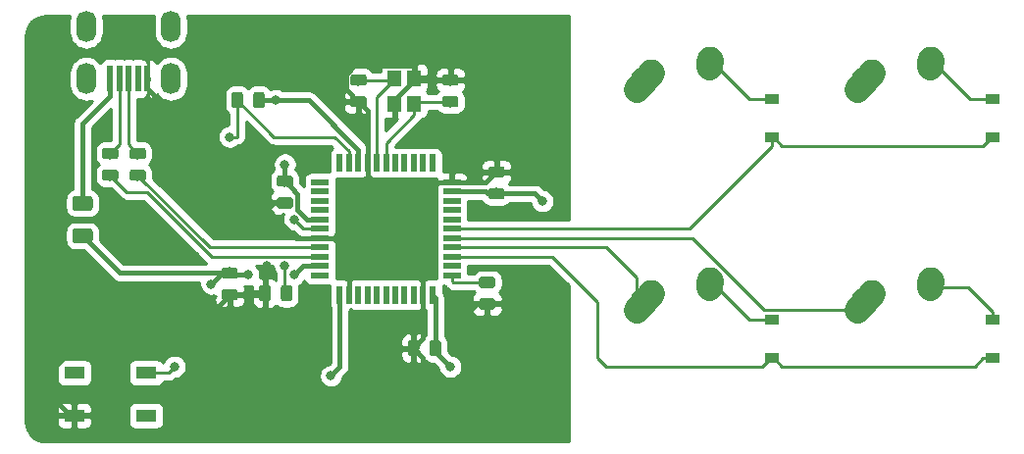
<source format=gbl>
G04 #@! TF.GenerationSoftware,KiCad,Pcbnew,(5.1.4)-1*
G04 #@! TF.CreationDate,2023-09-10T14:26:21-07:00*
G04 #@! TF.ProjectId,KeyboardPCBProj,4b657962-6f61-4726-9450-434250726f6a,rev?*
G04 #@! TF.SameCoordinates,Original*
G04 #@! TF.FileFunction,Copper,L2,Bot*
G04 #@! TF.FilePolarity,Positive*
%FSLAX46Y46*%
G04 Gerber Fmt 4.6, Leading zero omitted, Abs format (unit mm)*
G04 Created by KiCad (PCBNEW (5.1.4)-1) date 2023-09-10 14:26:21*
%MOMM*%
%LPD*%
G04 APERTURE LIST*
%ADD10R,1.200000X1.400000*%
%ADD11R,0.500000X2.250000*%
%ADD12O,1.700000X2.700000*%
%ADD13R,0.550000X1.500000*%
%ADD14R,1.500000X0.550000*%
%ADD15R,1.800000X1.100000*%
%ADD16C,0.100000*%
%ADD17C,0.975000*%
%ADD18C,2.250000*%
%ADD19C,2.250000*%
%ADD20C,1.250000*%
%ADD21R,1.200000X0.900000*%
%ADD22C,0.800000*%
%ADD23C,0.381000*%
%ADD24C,0.254000*%
G04 APERTURE END LIST*
D10*
X113562500Y-28881250D03*
X113562500Y-26681250D03*
X111862500Y-26681250D03*
X111862500Y-28881250D03*
D11*
X90500000Y-26725000D03*
X89700000Y-26725000D03*
X88900000Y-26725000D03*
X88100000Y-26725000D03*
X87300000Y-26725000D03*
D12*
X85250000Y-26725000D03*
X92550000Y-26725000D03*
X92550000Y-22225000D03*
X85250000Y-22225000D03*
D13*
X107125000Y-45387500D03*
X107925000Y-45387500D03*
X108725000Y-45387500D03*
X109525000Y-45387500D03*
X110325000Y-45387500D03*
X111125000Y-45387500D03*
X111925000Y-45387500D03*
X112725000Y-45387500D03*
X113525000Y-45387500D03*
X114325000Y-45387500D03*
X115125000Y-45387500D03*
D14*
X116825000Y-43687500D03*
X116825000Y-42887500D03*
X116825000Y-42087500D03*
X116825000Y-41287500D03*
X116825000Y-40487500D03*
X116825000Y-39687500D03*
X116825000Y-38887500D03*
X116825000Y-38087500D03*
X116825000Y-37287500D03*
X116825000Y-36487500D03*
X116825000Y-35687500D03*
D13*
X115125000Y-33987500D03*
X114325000Y-33987500D03*
X113525000Y-33987500D03*
X112725000Y-33987500D03*
X111925000Y-33987500D03*
X111125000Y-33987500D03*
X110325000Y-33987500D03*
X109525000Y-33987500D03*
X108725000Y-33987500D03*
X107925000Y-33987500D03*
X107125000Y-33987500D03*
D14*
X105425000Y-35687500D03*
X105425000Y-36487500D03*
X105425000Y-37287500D03*
X105425000Y-38087500D03*
X105425000Y-38887500D03*
X105425000Y-39687500D03*
X105425000Y-40487500D03*
X105425000Y-41287500D03*
X105425000Y-42087500D03*
X105425000Y-42887500D03*
X105425000Y-43687500D03*
D15*
X90412500Y-55825000D03*
X84212500Y-52125000D03*
X90412500Y-52125000D03*
X84212500Y-55825000D03*
D16*
G36*
X120336392Y-43819924D02*
G01*
X120360053Y-43823434D01*
X120383257Y-43829246D01*
X120405779Y-43837304D01*
X120427403Y-43847532D01*
X120447920Y-43859829D01*
X120467133Y-43874079D01*
X120484857Y-43890143D01*
X120500921Y-43907867D01*
X120515171Y-43927080D01*
X120527468Y-43947597D01*
X120537696Y-43969221D01*
X120545754Y-43991743D01*
X120551566Y-44014947D01*
X120555076Y-44038608D01*
X120556250Y-44062500D01*
X120556250Y-44550000D01*
X120555076Y-44573892D01*
X120551566Y-44597553D01*
X120545754Y-44620757D01*
X120537696Y-44643279D01*
X120527468Y-44664903D01*
X120515171Y-44685420D01*
X120500921Y-44704633D01*
X120484857Y-44722357D01*
X120467133Y-44738421D01*
X120447920Y-44752671D01*
X120427403Y-44764968D01*
X120405779Y-44775196D01*
X120383257Y-44783254D01*
X120360053Y-44789066D01*
X120336392Y-44792576D01*
X120312500Y-44793750D01*
X119400000Y-44793750D01*
X119376108Y-44792576D01*
X119352447Y-44789066D01*
X119329243Y-44783254D01*
X119306721Y-44775196D01*
X119285097Y-44764968D01*
X119264580Y-44752671D01*
X119245367Y-44738421D01*
X119227643Y-44722357D01*
X119211579Y-44704633D01*
X119197329Y-44685420D01*
X119185032Y-44664903D01*
X119174804Y-44643279D01*
X119166746Y-44620757D01*
X119160934Y-44597553D01*
X119157424Y-44573892D01*
X119156250Y-44550000D01*
X119156250Y-44062500D01*
X119157424Y-44038608D01*
X119160934Y-44014947D01*
X119166746Y-43991743D01*
X119174804Y-43969221D01*
X119185032Y-43947597D01*
X119197329Y-43927080D01*
X119211579Y-43907867D01*
X119227643Y-43890143D01*
X119245367Y-43874079D01*
X119264580Y-43859829D01*
X119285097Y-43847532D01*
X119306721Y-43837304D01*
X119329243Y-43829246D01*
X119352447Y-43823434D01*
X119376108Y-43819924D01*
X119400000Y-43818750D01*
X120312500Y-43818750D01*
X120336392Y-43819924D01*
X120336392Y-43819924D01*
G37*
D17*
X119856250Y-44306250D03*
D16*
G36*
X120336392Y-45694924D02*
G01*
X120360053Y-45698434D01*
X120383257Y-45704246D01*
X120405779Y-45712304D01*
X120427403Y-45722532D01*
X120447920Y-45734829D01*
X120467133Y-45749079D01*
X120484857Y-45765143D01*
X120500921Y-45782867D01*
X120515171Y-45802080D01*
X120527468Y-45822597D01*
X120537696Y-45844221D01*
X120545754Y-45866743D01*
X120551566Y-45889947D01*
X120555076Y-45913608D01*
X120556250Y-45937500D01*
X120556250Y-46425000D01*
X120555076Y-46448892D01*
X120551566Y-46472553D01*
X120545754Y-46495757D01*
X120537696Y-46518279D01*
X120527468Y-46539903D01*
X120515171Y-46560420D01*
X120500921Y-46579633D01*
X120484857Y-46597357D01*
X120467133Y-46613421D01*
X120447920Y-46627671D01*
X120427403Y-46639968D01*
X120405779Y-46650196D01*
X120383257Y-46658254D01*
X120360053Y-46664066D01*
X120336392Y-46667576D01*
X120312500Y-46668750D01*
X119400000Y-46668750D01*
X119376108Y-46667576D01*
X119352447Y-46664066D01*
X119329243Y-46658254D01*
X119306721Y-46650196D01*
X119285097Y-46639968D01*
X119264580Y-46627671D01*
X119245367Y-46613421D01*
X119227643Y-46597357D01*
X119211579Y-46579633D01*
X119197329Y-46560420D01*
X119185032Y-46539903D01*
X119174804Y-46518279D01*
X119166746Y-46495757D01*
X119160934Y-46472553D01*
X119157424Y-46448892D01*
X119156250Y-46425000D01*
X119156250Y-45937500D01*
X119157424Y-45913608D01*
X119160934Y-45889947D01*
X119166746Y-45866743D01*
X119174804Y-45844221D01*
X119185032Y-45822597D01*
X119197329Y-45802080D01*
X119211579Y-45782867D01*
X119227643Y-45765143D01*
X119245367Y-45749079D01*
X119264580Y-45734829D01*
X119285097Y-45722532D01*
X119306721Y-45712304D01*
X119329243Y-45704246D01*
X119352447Y-45698434D01*
X119376108Y-45694924D01*
X119400000Y-45693750D01*
X120312500Y-45693750D01*
X120336392Y-45694924D01*
X120336392Y-45694924D01*
G37*
D17*
X119856250Y-46181250D03*
D16*
G36*
X87792642Y-32707424D02*
G01*
X87816303Y-32710934D01*
X87839507Y-32716746D01*
X87862029Y-32724804D01*
X87883653Y-32735032D01*
X87904170Y-32747329D01*
X87923383Y-32761579D01*
X87941107Y-32777643D01*
X87957171Y-32795367D01*
X87971421Y-32814580D01*
X87983718Y-32835097D01*
X87993946Y-32856721D01*
X88002004Y-32879243D01*
X88007816Y-32902447D01*
X88011326Y-32926108D01*
X88012500Y-32950000D01*
X88012500Y-33437500D01*
X88011326Y-33461392D01*
X88007816Y-33485053D01*
X88002004Y-33508257D01*
X87993946Y-33530779D01*
X87983718Y-33552403D01*
X87971421Y-33572920D01*
X87957171Y-33592133D01*
X87941107Y-33609857D01*
X87923383Y-33625921D01*
X87904170Y-33640171D01*
X87883653Y-33652468D01*
X87862029Y-33662696D01*
X87839507Y-33670754D01*
X87816303Y-33676566D01*
X87792642Y-33680076D01*
X87768750Y-33681250D01*
X86856250Y-33681250D01*
X86832358Y-33680076D01*
X86808697Y-33676566D01*
X86785493Y-33670754D01*
X86762971Y-33662696D01*
X86741347Y-33652468D01*
X86720830Y-33640171D01*
X86701617Y-33625921D01*
X86683893Y-33609857D01*
X86667829Y-33592133D01*
X86653579Y-33572920D01*
X86641282Y-33552403D01*
X86631054Y-33530779D01*
X86622996Y-33508257D01*
X86617184Y-33485053D01*
X86613674Y-33461392D01*
X86612500Y-33437500D01*
X86612500Y-32950000D01*
X86613674Y-32926108D01*
X86617184Y-32902447D01*
X86622996Y-32879243D01*
X86631054Y-32856721D01*
X86641282Y-32835097D01*
X86653579Y-32814580D01*
X86667829Y-32795367D01*
X86683893Y-32777643D01*
X86701617Y-32761579D01*
X86720830Y-32747329D01*
X86741347Y-32735032D01*
X86762971Y-32724804D01*
X86785493Y-32716746D01*
X86808697Y-32710934D01*
X86832358Y-32707424D01*
X86856250Y-32706250D01*
X87768750Y-32706250D01*
X87792642Y-32707424D01*
X87792642Y-32707424D01*
G37*
D17*
X87312500Y-33193750D03*
D16*
G36*
X87792642Y-34582424D02*
G01*
X87816303Y-34585934D01*
X87839507Y-34591746D01*
X87862029Y-34599804D01*
X87883653Y-34610032D01*
X87904170Y-34622329D01*
X87923383Y-34636579D01*
X87941107Y-34652643D01*
X87957171Y-34670367D01*
X87971421Y-34689580D01*
X87983718Y-34710097D01*
X87993946Y-34731721D01*
X88002004Y-34754243D01*
X88007816Y-34777447D01*
X88011326Y-34801108D01*
X88012500Y-34825000D01*
X88012500Y-35312500D01*
X88011326Y-35336392D01*
X88007816Y-35360053D01*
X88002004Y-35383257D01*
X87993946Y-35405779D01*
X87983718Y-35427403D01*
X87971421Y-35447920D01*
X87957171Y-35467133D01*
X87941107Y-35484857D01*
X87923383Y-35500921D01*
X87904170Y-35515171D01*
X87883653Y-35527468D01*
X87862029Y-35537696D01*
X87839507Y-35545754D01*
X87816303Y-35551566D01*
X87792642Y-35555076D01*
X87768750Y-35556250D01*
X86856250Y-35556250D01*
X86832358Y-35555076D01*
X86808697Y-35551566D01*
X86785493Y-35545754D01*
X86762971Y-35537696D01*
X86741347Y-35527468D01*
X86720830Y-35515171D01*
X86701617Y-35500921D01*
X86683893Y-35484857D01*
X86667829Y-35467133D01*
X86653579Y-35447920D01*
X86641282Y-35427403D01*
X86631054Y-35405779D01*
X86622996Y-35383257D01*
X86617184Y-35360053D01*
X86613674Y-35336392D01*
X86612500Y-35312500D01*
X86612500Y-34825000D01*
X86613674Y-34801108D01*
X86617184Y-34777447D01*
X86622996Y-34754243D01*
X86631054Y-34731721D01*
X86641282Y-34710097D01*
X86653579Y-34689580D01*
X86667829Y-34670367D01*
X86683893Y-34652643D01*
X86701617Y-34636579D01*
X86720830Y-34622329D01*
X86741347Y-34610032D01*
X86762971Y-34599804D01*
X86785493Y-34591746D01*
X86808697Y-34585934D01*
X86832358Y-34582424D01*
X86856250Y-34581250D01*
X87768750Y-34581250D01*
X87792642Y-34582424D01*
X87792642Y-34582424D01*
G37*
D17*
X87312500Y-35068750D03*
D16*
G36*
X90173892Y-32707424D02*
G01*
X90197553Y-32710934D01*
X90220757Y-32716746D01*
X90243279Y-32724804D01*
X90264903Y-32735032D01*
X90285420Y-32747329D01*
X90304633Y-32761579D01*
X90322357Y-32777643D01*
X90338421Y-32795367D01*
X90352671Y-32814580D01*
X90364968Y-32835097D01*
X90375196Y-32856721D01*
X90383254Y-32879243D01*
X90389066Y-32902447D01*
X90392576Y-32926108D01*
X90393750Y-32950000D01*
X90393750Y-33437500D01*
X90392576Y-33461392D01*
X90389066Y-33485053D01*
X90383254Y-33508257D01*
X90375196Y-33530779D01*
X90364968Y-33552403D01*
X90352671Y-33572920D01*
X90338421Y-33592133D01*
X90322357Y-33609857D01*
X90304633Y-33625921D01*
X90285420Y-33640171D01*
X90264903Y-33652468D01*
X90243279Y-33662696D01*
X90220757Y-33670754D01*
X90197553Y-33676566D01*
X90173892Y-33680076D01*
X90150000Y-33681250D01*
X89237500Y-33681250D01*
X89213608Y-33680076D01*
X89189947Y-33676566D01*
X89166743Y-33670754D01*
X89144221Y-33662696D01*
X89122597Y-33652468D01*
X89102080Y-33640171D01*
X89082867Y-33625921D01*
X89065143Y-33609857D01*
X89049079Y-33592133D01*
X89034829Y-33572920D01*
X89022532Y-33552403D01*
X89012304Y-33530779D01*
X89004246Y-33508257D01*
X88998434Y-33485053D01*
X88994924Y-33461392D01*
X88993750Y-33437500D01*
X88993750Y-32950000D01*
X88994924Y-32926108D01*
X88998434Y-32902447D01*
X89004246Y-32879243D01*
X89012304Y-32856721D01*
X89022532Y-32835097D01*
X89034829Y-32814580D01*
X89049079Y-32795367D01*
X89065143Y-32777643D01*
X89082867Y-32761579D01*
X89102080Y-32747329D01*
X89122597Y-32735032D01*
X89144221Y-32724804D01*
X89166743Y-32716746D01*
X89189947Y-32710934D01*
X89213608Y-32707424D01*
X89237500Y-32706250D01*
X90150000Y-32706250D01*
X90173892Y-32707424D01*
X90173892Y-32707424D01*
G37*
D17*
X89693750Y-33193750D03*
D16*
G36*
X90173892Y-34582424D02*
G01*
X90197553Y-34585934D01*
X90220757Y-34591746D01*
X90243279Y-34599804D01*
X90264903Y-34610032D01*
X90285420Y-34622329D01*
X90304633Y-34636579D01*
X90322357Y-34652643D01*
X90338421Y-34670367D01*
X90352671Y-34689580D01*
X90364968Y-34710097D01*
X90375196Y-34731721D01*
X90383254Y-34754243D01*
X90389066Y-34777447D01*
X90392576Y-34801108D01*
X90393750Y-34825000D01*
X90393750Y-35312500D01*
X90392576Y-35336392D01*
X90389066Y-35360053D01*
X90383254Y-35383257D01*
X90375196Y-35405779D01*
X90364968Y-35427403D01*
X90352671Y-35447920D01*
X90338421Y-35467133D01*
X90322357Y-35484857D01*
X90304633Y-35500921D01*
X90285420Y-35515171D01*
X90264903Y-35527468D01*
X90243279Y-35537696D01*
X90220757Y-35545754D01*
X90197553Y-35551566D01*
X90173892Y-35555076D01*
X90150000Y-35556250D01*
X89237500Y-35556250D01*
X89213608Y-35555076D01*
X89189947Y-35551566D01*
X89166743Y-35545754D01*
X89144221Y-35537696D01*
X89122597Y-35527468D01*
X89102080Y-35515171D01*
X89082867Y-35500921D01*
X89065143Y-35484857D01*
X89049079Y-35467133D01*
X89034829Y-35447920D01*
X89022532Y-35427403D01*
X89012304Y-35405779D01*
X89004246Y-35383257D01*
X88998434Y-35360053D01*
X88994924Y-35336392D01*
X88993750Y-35312500D01*
X88993750Y-34825000D01*
X88994924Y-34801108D01*
X88998434Y-34777447D01*
X89004246Y-34754243D01*
X89012304Y-34731721D01*
X89022532Y-34710097D01*
X89034829Y-34689580D01*
X89049079Y-34670367D01*
X89065143Y-34652643D01*
X89082867Y-34636579D01*
X89102080Y-34622329D01*
X89122597Y-34610032D01*
X89144221Y-34599804D01*
X89166743Y-34591746D01*
X89189947Y-34585934D01*
X89213608Y-34582424D01*
X89237500Y-34581250D01*
X90150000Y-34581250D01*
X90173892Y-34582424D01*
X90173892Y-34582424D01*
G37*
D17*
X89693750Y-35068750D03*
D16*
G36*
X98548892Y-27876174D02*
G01*
X98572553Y-27879684D01*
X98595757Y-27885496D01*
X98618279Y-27893554D01*
X98639903Y-27903782D01*
X98660420Y-27916079D01*
X98679633Y-27930329D01*
X98697357Y-27946393D01*
X98713421Y-27964117D01*
X98727671Y-27983330D01*
X98739968Y-28003847D01*
X98750196Y-28025471D01*
X98758254Y-28047993D01*
X98764066Y-28071197D01*
X98767576Y-28094858D01*
X98768750Y-28118750D01*
X98768750Y-29031250D01*
X98767576Y-29055142D01*
X98764066Y-29078803D01*
X98758254Y-29102007D01*
X98750196Y-29124529D01*
X98739968Y-29146153D01*
X98727671Y-29166670D01*
X98713421Y-29185883D01*
X98697357Y-29203607D01*
X98679633Y-29219671D01*
X98660420Y-29233921D01*
X98639903Y-29246218D01*
X98618279Y-29256446D01*
X98595757Y-29264504D01*
X98572553Y-29270316D01*
X98548892Y-29273826D01*
X98525000Y-29275000D01*
X98037500Y-29275000D01*
X98013608Y-29273826D01*
X97989947Y-29270316D01*
X97966743Y-29264504D01*
X97944221Y-29256446D01*
X97922597Y-29246218D01*
X97902080Y-29233921D01*
X97882867Y-29219671D01*
X97865143Y-29203607D01*
X97849079Y-29185883D01*
X97834829Y-29166670D01*
X97822532Y-29146153D01*
X97812304Y-29124529D01*
X97804246Y-29102007D01*
X97798434Y-29078803D01*
X97794924Y-29055142D01*
X97793750Y-29031250D01*
X97793750Y-28118750D01*
X97794924Y-28094858D01*
X97798434Y-28071197D01*
X97804246Y-28047993D01*
X97812304Y-28025471D01*
X97822532Y-28003847D01*
X97834829Y-27983330D01*
X97849079Y-27964117D01*
X97865143Y-27946393D01*
X97882867Y-27930329D01*
X97902080Y-27916079D01*
X97922597Y-27903782D01*
X97944221Y-27893554D01*
X97966743Y-27885496D01*
X97989947Y-27879684D01*
X98013608Y-27876174D01*
X98037500Y-27875000D01*
X98525000Y-27875000D01*
X98548892Y-27876174D01*
X98548892Y-27876174D01*
G37*
D17*
X98281250Y-28575000D03*
D16*
G36*
X100423892Y-27876174D02*
G01*
X100447553Y-27879684D01*
X100470757Y-27885496D01*
X100493279Y-27893554D01*
X100514903Y-27903782D01*
X100535420Y-27916079D01*
X100554633Y-27930329D01*
X100572357Y-27946393D01*
X100588421Y-27964117D01*
X100602671Y-27983330D01*
X100614968Y-28003847D01*
X100625196Y-28025471D01*
X100633254Y-28047993D01*
X100639066Y-28071197D01*
X100642576Y-28094858D01*
X100643750Y-28118750D01*
X100643750Y-29031250D01*
X100642576Y-29055142D01*
X100639066Y-29078803D01*
X100633254Y-29102007D01*
X100625196Y-29124529D01*
X100614968Y-29146153D01*
X100602671Y-29166670D01*
X100588421Y-29185883D01*
X100572357Y-29203607D01*
X100554633Y-29219671D01*
X100535420Y-29233921D01*
X100514903Y-29246218D01*
X100493279Y-29256446D01*
X100470757Y-29264504D01*
X100447553Y-29270316D01*
X100423892Y-29273826D01*
X100400000Y-29275000D01*
X99912500Y-29275000D01*
X99888608Y-29273826D01*
X99864947Y-29270316D01*
X99841743Y-29264504D01*
X99819221Y-29256446D01*
X99797597Y-29246218D01*
X99777080Y-29233921D01*
X99757867Y-29219671D01*
X99740143Y-29203607D01*
X99724079Y-29185883D01*
X99709829Y-29166670D01*
X99697532Y-29146153D01*
X99687304Y-29124529D01*
X99679246Y-29102007D01*
X99673434Y-29078803D01*
X99669924Y-29055142D01*
X99668750Y-29031250D01*
X99668750Y-28118750D01*
X99669924Y-28094858D01*
X99673434Y-28071197D01*
X99679246Y-28047993D01*
X99687304Y-28025471D01*
X99697532Y-28003847D01*
X99709829Y-27983330D01*
X99724079Y-27964117D01*
X99740143Y-27946393D01*
X99757867Y-27930329D01*
X99777080Y-27916079D01*
X99797597Y-27903782D01*
X99819221Y-27893554D01*
X99841743Y-27885496D01*
X99864947Y-27879684D01*
X99888608Y-27876174D01*
X99912500Y-27875000D01*
X100400000Y-27875000D01*
X100423892Y-27876174D01*
X100423892Y-27876174D01*
G37*
D17*
X100156250Y-28575000D03*
D18*
X153075000Y-45212500D03*
X152420001Y-45942500D03*
D19*
X151765000Y-46672500D02*
X153075002Y-45212500D01*
D18*
X158115000Y-44132500D03*
X158095000Y-44422500D03*
D19*
X158075000Y-44712500D02*
X158115000Y-44132500D01*
D18*
X134025000Y-45212500D03*
X133370001Y-45942500D03*
D19*
X132715000Y-46672500D02*
X134025002Y-45212500D01*
D18*
X139065000Y-44132500D03*
X139045000Y-44422500D03*
D19*
X139025000Y-44712500D02*
X139065000Y-44132500D01*
D18*
X153075000Y-26162500D03*
X152420001Y-26892500D03*
D19*
X151765000Y-27622500D02*
X153075002Y-26162500D01*
D18*
X158115000Y-25082500D03*
X158095000Y-25372500D03*
D19*
X158075000Y-25662500D02*
X158115000Y-25082500D01*
D18*
X134025000Y-26162500D03*
X133370001Y-26892500D03*
D19*
X132715000Y-27622500D02*
X134025002Y-26162500D01*
D18*
X139065000Y-25082500D03*
X139045000Y-25372500D03*
D19*
X139025000Y-25662500D02*
X139065000Y-25082500D01*
D16*
G36*
X85580754Y-36869954D02*
G01*
X85605023Y-36873554D01*
X85628821Y-36879515D01*
X85651921Y-36887780D01*
X85674099Y-36898270D01*
X85695143Y-36910883D01*
X85714848Y-36925497D01*
X85733027Y-36941973D01*
X85749503Y-36960152D01*
X85764117Y-36979857D01*
X85776730Y-37000901D01*
X85787220Y-37023079D01*
X85795485Y-37046179D01*
X85801446Y-37069977D01*
X85805046Y-37094246D01*
X85806250Y-37118750D01*
X85806250Y-37868750D01*
X85805046Y-37893254D01*
X85801446Y-37917523D01*
X85795485Y-37941321D01*
X85787220Y-37964421D01*
X85776730Y-37986599D01*
X85764117Y-38007643D01*
X85749503Y-38027348D01*
X85733027Y-38045527D01*
X85714848Y-38062003D01*
X85695143Y-38076617D01*
X85674099Y-38089230D01*
X85651921Y-38099720D01*
X85628821Y-38107985D01*
X85605023Y-38113946D01*
X85580754Y-38117546D01*
X85556250Y-38118750D01*
X84306250Y-38118750D01*
X84281746Y-38117546D01*
X84257477Y-38113946D01*
X84233679Y-38107985D01*
X84210579Y-38099720D01*
X84188401Y-38089230D01*
X84167357Y-38076617D01*
X84147652Y-38062003D01*
X84129473Y-38045527D01*
X84112997Y-38027348D01*
X84098383Y-38007643D01*
X84085770Y-37986599D01*
X84075280Y-37964421D01*
X84067015Y-37941321D01*
X84061054Y-37917523D01*
X84057454Y-37893254D01*
X84056250Y-37868750D01*
X84056250Y-37118750D01*
X84057454Y-37094246D01*
X84061054Y-37069977D01*
X84067015Y-37046179D01*
X84075280Y-37023079D01*
X84085770Y-37000901D01*
X84098383Y-36979857D01*
X84112997Y-36960152D01*
X84129473Y-36941973D01*
X84147652Y-36925497D01*
X84167357Y-36910883D01*
X84188401Y-36898270D01*
X84210579Y-36887780D01*
X84233679Y-36879515D01*
X84257477Y-36873554D01*
X84281746Y-36869954D01*
X84306250Y-36868750D01*
X85556250Y-36868750D01*
X85580754Y-36869954D01*
X85580754Y-36869954D01*
G37*
D20*
X84931250Y-37493750D03*
D16*
G36*
X85580754Y-39669954D02*
G01*
X85605023Y-39673554D01*
X85628821Y-39679515D01*
X85651921Y-39687780D01*
X85674099Y-39698270D01*
X85695143Y-39710883D01*
X85714848Y-39725497D01*
X85733027Y-39741973D01*
X85749503Y-39760152D01*
X85764117Y-39779857D01*
X85776730Y-39800901D01*
X85787220Y-39823079D01*
X85795485Y-39846179D01*
X85801446Y-39869977D01*
X85805046Y-39894246D01*
X85806250Y-39918750D01*
X85806250Y-40668750D01*
X85805046Y-40693254D01*
X85801446Y-40717523D01*
X85795485Y-40741321D01*
X85787220Y-40764421D01*
X85776730Y-40786599D01*
X85764117Y-40807643D01*
X85749503Y-40827348D01*
X85733027Y-40845527D01*
X85714848Y-40862003D01*
X85695143Y-40876617D01*
X85674099Y-40889230D01*
X85651921Y-40899720D01*
X85628821Y-40907985D01*
X85605023Y-40913946D01*
X85580754Y-40917546D01*
X85556250Y-40918750D01*
X84306250Y-40918750D01*
X84281746Y-40917546D01*
X84257477Y-40913946D01*
X84233679Y-40907985D01*
X84210579Y-40899720D01*
X84188401Y-40889230D01*
X84167357Y-40876617D01*
X84147652Y-40862003D01*
X84129473Y-40845527D01*
X84112997Y-40827348D01*
X84098383Y-40807643D01*
X84085770Y-40786599D01*
X84075280Y-40764421D01*
X84067015Y-40741321D01*
X84061054Y-40717523D01*
X84057454Y-40693254D01*
X84056250Y-40668750D01*
X84056250Y-39918750D01*
X84057454Y-39894246D01*
X84061054Y-39869977D01*
X84067015Y-39846179D01*
X84075280Y-39823079D01*
X84085770Y-39800901D01*
X84098383Y-39779857D01*
X84112997Y-39760152D01*
X84129473Y-39741973D01*
X84147652Y-39725497D01*
X84167357Y-39710883D01*
X84188401Y-39698270D01*
X84210579Y-39687780D01*
X84233679Y-39679515D01*
X84257477Y-39673554D01*
X84281746Y-39669954D01*
X84306250Y-39668750D01*
X85556250Y-39668750D01*
X85580754Y-39669954D01*
X85580754Y-39669954D01*
G37*
D20*
X84931250Y-40293750D03*
D21*
X163512500Y-47562500D03*
X163512500Y-50862500D03*
X144462500Y-47562500D03*
X144462500Y-50862500D03*
X163512500Y-28512500D03*
X163512500Y-31812500D03*
X144462500Y-28512500D03*
X144462500Y-31812500D03*
D16*
G36*
X98111392Y-44901174D02*
G01*
X98135053Y-44904684D01*
X98158257Y-44910496D01*
X98180779Y-44918554D01*
X98202403Y-44928782D01*
X98222920Y-44941079D01*
X98242133Y-44955329D01*
X98259857Y-44971393D01*
X98275921Y-44989117D01*
X98290171Y-45008330D01*
X98302468Y-45028847D01*
X98312696Y-45050471D01*
X98320754Y-45072993D01*
X98326566Y-45096197D01*
X98330076Y-45119858D01*
X98331250Y-45143750D01*
X98331250Y-45631250D01*
X98330076Y-45655142D01*
X98326566Y-45678803D01*
X98320754Y-45702007D01*
X98312696Y-45724529D01*
X98302468Y-45746153D01*
X98290171Y-45766670D01*
X98275921Y-45785883D01*
X98259857Y-45803607D01*
X98242133Y-45819671D01*
X98222920Y-45833921D01*
X98202403Y-45846218D01*
X98180779Y-45856446D01*
X98158257Y-45864504D01*
X98135053Y-45870316D01*
X98111392Y-45873826D01*
X98087500Y-45875000D01*
X97175000Y-45875000D01*
X97151108Y-45873826D01*
X97127447Y-45870316D01*
X97104243Y-45864504D01*
X97081721Y-45856446D01*
X97060097Y-45846218D01*
X97039580Y-45833921D01*
X97020367Y-45819671D01*
X97002643Y-45803607D01*
X96986579Y-45785883D01*
X96972329Y-45766670D01*
X96960032Y-45746153D01*
X96949804Y-45724529D01*
X96941746Y-45702007D01*
X96935934Y-45678803D01*
X96932424Y-45655142D01*
X96931250Y-45631250D01*
X96931250Y-45143750D01*
X96932424Y-45119858D01*
X96935934Y-45096197D01*
X96941746Y-45072993D01*
X96949804Y-45050471D01*
X96960032Y-45028847D01*
X96972329Y-45008330D01*
X96986579Y-44989117D01*
X97002643Y-44971393D01*
X97020367Y-44955329D01*
X97039580Y-44941079D01*
X97060097Y-44928782D01*
X97081721Y-44918554D01*
X97104243Y-44910496D01*
X97127447Y-44904684D01*
X97151108Y-44901174D01*
X97175000Y-44900000D01*
X98087500Y-44900000D01*
X98111392Y-44901174D01*
X98111392Y-44901174D01*
G37*
D17*
X97631250Y-45387500D03*
D16*
G36*
X98111392Y-43026174D02*
G01*
X98135053Y-43029684D01*
X98158257Y-43035496D01*
X98180779Y-43043554D01*
X98202403Y-43053782D01*
X98222920Y-43066079D01*
X98242133Y-43080329D01*
X98259857Y-43096393D01*
X98275921Y-43114117D01*
X98290171Y-43133330D01*
X98302468Y-43153847D01*
X98312696Y-43175471D01*
X98320754Y-43197993D01*
X98326566Y-43221197D01*
X98330076Y-43244858D01*
X98331250Y-43268750D01*
X98331250Y-43756250D01*
X98330076Y-43780142D01*
X98326566Y-43803803D01*
X98320754Y-43827007D01*
X98312696Y-43849529D01*
X98302468Y-43871153D01*
X98290171Y-43891670D01*
X98275921Y-43910883D01*
X98259857Y-43928607D01*
X98242133Y-43944671D01*
X98222920Y-43958921D01*
X98202403Y-43971218D01*
X98180779Y-43981446D01*
X98158257Y-43989504D01*
X98135053Y-43995316D01*
X98111392Y-43998826D01*
X98087500Y-44000000D01*
X97175000Y-44000000D01*
X97151108Y-43998826D01*
X97127447Y-43995316D01*
X97104243Y-43989504D01*
X97081721Y-43981446D01*
X97060097Y-43971218D01*
X97039580Y-43958921D01*
X97020367Y-43944671D01*
X97002643Y-43928607D01*
X96986579Y-43910883D01*
X96972329Y-43891670D01*
X96960032Y-43871153D01*
X96949804Y-43849529D01*
X96941746Y-43827007D01*
X96935934Y-43803803D01*
X96932424Y-43780142D01*
X96931250Y-43756250D01*
X96931250Y-43268750D01*
X96932424Y-43244858D01*
X96935934Y-43221197D01*
X96941746Y-43197993D01*
X96949804Y-43175471D01*
X96960032Y-43153847D01*
X96972329Y-43133330D01*
X96986579Y-43114117D01*
X97002643Y-43096393D01*
X97020367Y-43080329D01*
X97039580Y-43066079D01*
X97060097Y-43053782D01*
X97081721Y-43043554D01*
X97104243Y-43035496D01*
X97127447Y-43029684D01*
X97151108Y-43026174D01*
X97175000Y-43025000D01*
X98087500Y-43025000D01*
X98111392Y-43026174D01*
X98111392Y-43026174D01*
G37*
D17*
X97631250Y-43512500D03*
D16*
G36*
X121130142Y-34294924D02*
G01*
X121153803Y-34298434D01*
X121177007Y-34304246D01*
X121199529Y-34312304D01*
X121221153Y-34322532D01*
X121241670Y-34334829D01*
X121260883Y-34349079D01*
X121278607Y-34365143D01*
X121294671Y-34382867D01*
X121308921Y-34402080D01*
X121321218Y-34422597D01*
X121331446Y-34444221D01*
X121339504Y-34466743D01*
X121345316Y-34489947D01*
X121348826Y-34513608D01*
X121350000Y-34537500D01*
X121350000Y-35025000D01*
X121348826Y-35048892D01*
X121345316Y-35072553D01*
X121339504Y-35095757D01*
X121331446Y-35118279D01*
X121321218Y-35139903D01*
X121308921Y-35160420D01*
X121294671Y-35179633D01*
X121278607Y-35197357D01*
X121260883Y-35213421D01*
X121241670Y-35227671D01*
X121221153Y-35239968D01*
X121199529Y-35250196D01*
X121177007Y-35258254D01*
X121153803Y-35264066D01*
X121130142Y-35267576D01*
X121106250Y-35268750D01*
X120193750Y-35268750D01*
X120169858Y-35267576D01*
X120146197Y-35264066D01*
X120122993Y-35258254D01*
X120100471Y-35250196D01*
X120078847Y-35239968D01*
X120058330Y-35227671D01*
X120039117Y-35213421D01*
X120021393Y-35197357D01*
X120005329Y-35179633D01*
X119991079Y-35160420D01*
X119978782Y-35139903D01*
X119968554Y-35118279D01*
X119960496Y-35095757D01*
X119954684Y-35072553D01*
X119951174Y-35048892D01*
X119950000Y-35025000D01*
X119950000Y-34537500D01*
X119951174Y-34513608D01*
X119954684Y-34489947D01*
X119960496Y-34466743D01*
X119968554Y-34444221D01*
X119978782Y-34422597D01*
X119991079Y-34402080D01*
X120005329Y-34382867D01*
X120021393Y-34365143D01*
X120039117Y-34349079D01*
X120058330Y-34334829D01*
X120078847Y-34322532D01*
X120100471Y-34312304D01*
X120122993Y-34304246D01*
X120146197Y-34298434D01*
X120169858Y-34294924D01*
X120193750Y-34293750D01*
X121106250Y-34293750D01*
X121130142Y-34294924D01*
X121130142Y-34294924D01*
G37*
D17*
X120650000Y-34781250D03*
D16*
G36*
X121130142Y-36169924D02*
G01*
X121153803Y-36173434D01*
X121177007Y-36179246D01*
X121199529Y-36187304D01*
X121221153Y-36197532D01*
X121241670Y-36209829D01*
X121260883Y-36224079D01*
X121278607Y-36240143D01*
X121294671Y-36257867D01*
X121308921Y-36277080D01*
X121321218Y-36297597D01*
X121331446Y-36319221D01*
X121339504Y-36341743D01*
X121345316Y-36364947D01*
X121348826Y-36388608D01*
X121350000Y-36412500D01*
X121350000Y-36900000D01*
X121348826Y-36923892D01*
X121345316Y-36947553D01*
X121339504Y-36970757D01*
X121331446Y-36993279D01*
X121321218Y-37014903D01*
X121308921Y-37035420D01*
X121294671Y-37054633D01*
X121278607Y-37072357D01*
X121260883Y-37088421D01*
X121241670Y-37102671D01*
X121221153Y-37114968D01*
X121199529Y-37125196D01*
X121177007Y-37133254D01*
X121153803Y-37139066D01*
X121130142Y-37142576D01*
X121106250Y-37143750D01*
X120193750Y-37143750D01*
X120169858Y-37142576D01*
X120146197Y-37139066D01*
X120122993Y-37133254D01*
X120100471Y-37125196D01*
X120078847Y-37114968D01*
X120058330Y-37102671D01*
X120039117Y-37088421D01*
X120021393Y-37072357D01*
X120005329Y-37054633D01*
X119991079Y-37035420D01*
X119978782Y-37014903D01*
X119968554Y-36993279D01*
X119960496Y-36970757D01*
X119954684Y-36947553D01*
X119951174Y-36923892D01*
X119950000Y-36900000D01*
X119950000Y-36412500D01*
X119951174Y-36388608D01*
X119954684Y-36364947D01*
X119960496Y-36341743D01*
X119968554Y-36319221D01*
X119978782Y-36297597D01*
X119991079Y-36277080D01*
X120005329Y-36257867D01*
X120021393Y-36240143D01*
X120039117Y-36224079D01*
X120058330Y-36209829D01*
X120078847Y-36197532D01*
X120100471Y-36187304D01*
X120122993Y-36179246D01*
X120146197Y-36173434D01*
X120169858Y-36169924D01*
X120193750Y-36168750D01*
X121106250Y-36168750D01*
X121130142Y-36169924D01*
X121130142Y-36169924D01*
G37*
D17*
X120650000Y-36656250D03*
D16*
G36*
X102873892Y-36963674D02*
G01*
X102897553Y-36967184D01*
X102920757Y-36972996D01*
X102943279Y-36981054D01*
X102964903Y-36991282D01*
X102985420Y-37003579D01*
X103004633Y-37017829D01*
X103022357Y-37033893D01*
X103038421Y-37051617D01*
X103052671Y-37070830D01*
X103064968Y-37091347D01*
X103075196Y-37112971D01*
X103083254Y-37135493D01*
X103089066Y-37158697D01*
X103092576Y-37182358D01*
X103093750Y-37206250D01*
X103093750Y-37693750D01*
X103092576Y-37717642D01*
X103089066Y-37741303D01*
X103083254Y-37764507D01*
X103075196Y-37787029D01*
X103064968Y-37808653D01*
X103052671Y-37829170D01*
X103038421Y-37848383D01*
X103022357Y-37866107D01*
X103004633Y-37882171D01*
X102985420Y-37896421D01*
X102964903Y-37908718D01*
X102943279Y-37918946D01*
X102920757Y-37927004D01*
X102897553Y-37932816D01*
X102873892Y-37936326D01*
X102850000Y-37937500D01*
X101937500Y-37937500D01*
X101913608Y-37936326D01*
X101889947Y-37932816D01*
X101866743Y-37927004D01*
X101844221Y-37918946D01*
X101822597Y-37908718D01*
X101802080Y-37896421D01*
X101782867Y-37882171D01*
X101765143Y-37866107D01*
X101749079Y-37848383D01*
X101734829Y-37829170D01*
X101722532Y-37808653D01*
X101712304Y-37787029D01*
X101704246Y-37764507D01*
X101698434Y-37741303D01*
X101694924Y-37717642D01*
X101693750Y-37693750D01*
X101693750Y-37206250D01*
X101694924Y-37182358D01*
X101698434Y-37158697D01*
X101704246Y-37135493D01*
X101712304Y-37112971D01*
X101722532Y-37091347D01*
X101734829Y-37070830D01*
X101749079Y-37051617D01*
X101765143Y-37033893D01*
X101782867Y-37017829D01*
X101802080Y-37003579D01*
X101822597Y-36991282D01*
X101844221Y-36981054D01*
X101866743Y-36972996D01*
X101889947Y-36967184D01*
X101913608Y-36963674D01*
X101937500Y-36962500D01*
X102850000Y-36962500D01*
X102873892Y-36963674D01*
X102873892Y-36963674D01*
G37*
D17*
X102393750Y-37450000D03*
D16*
G36*
X102873892Y-35088674D02*
G01*
X102897553Y-35092184D01*
X102920757Y-35097996D01*
X102943279Y-35106054D01*
X102964903Y-35116282D01*
X102985420Y-35128579D01*
X103004633Y-35142829D01*
X103022357Y-35158893D01*
X103038421Y-35176617D01*
X103052671Y-35195830D01*
X103064968Y-35216347D01*
X103075196Y-35237971D01*
X103083254Y-35260493D01*
X103089066Y-35283697D01*
X103092576Y-35307358D01*
X103093750Y-35331250D01*
X103093750Y-35818750D01*
X103092576Y-35842642D01*
X103089066Y-35866303D01*
X103083254Y-35889507D01*
X103075196Y-35912029D01*
X103064968Y-35933653D01*
X103052671Y-35954170D01*
X103038421Y-35973383D01*
X103022357Y-35991107D01*
X103004633Y-36007171D01*
X102985420Y-36021421D01*
X102964903Y-36033718D01*
X102943279Y-36043946D01*
X102920757Y-36052004D01*
X102897553Y-36057816D01*
X102873892Y-36061326D01*
X102850000Y-36062500D01*
X101937500Y-36062500D01*
X101913608Y-36061326D01*
X101889947Y-36057816D01*
X101866743Y-36052004D01*
X101844221Y-36043946D01*
X101822597Y-36033718D01*
X101802080Y-36021421D01*
X101782867Y-36007171D01*
X101765143Y-35991107D01*
X101749079Y-35973383D01*
X101734829Y-35954170D01*
X101722532Y-35933653D01*
X101712304Y-35912029D01*
X101704246Y-35889507D01*
X101698434Y-35866303D01*
X101694924Y-35842642D01*
X101693750Y-35818750D01*
X101693750Y-35331250D01*
X101694924Y-35307358D01*
X101698434Y-35283697D01*
X101704246Y-35260493D01*
X101712304Y-35237971D01*
X101722532Y-35216347D01*
X101734829Y-35195830D01*
X101749079Y-35176617D01*
X101765143Y-35158893D01*
X101782867Y-35142829D01*
X101802080Y-35128579D01*
X101822597Y-35116282D01*
X101844221Y-35106054D01*
X101866743Y-35097996D01*
X101889947Y-35092184D01*
X101913608Y-35088674D01*
X101937500Y-35087500D01*
X102850000Y-35087500D01*
X102873892Y-35088674D01*
X102873892Y-35088674D01*
G37*
D17*
X102393750Y-35575000D03*
D16*
G36*
X113773892Y-49307424D02*
G01*
X113797553Y-49310934D01*
X113820757Y-49316746D01*
X113843279Y-49324804D01*
X113864903Y-49335032D01*
X113885420Y-49347329D01*
X113904633Y-49361579D01*
X113922357Y-49377643D01*
X113938421Y-49395367D01*
X113952671Y-49414580D01*
X113964968Y-49435097D01*
X113975196Y-49456721D01*
X113983254Y-49479243D01*
X113989066Y-49502447D01*
X113992576Y-49526108D01*
X113993750Y-49550000D01*
X113993750Y-50462500D01*
X113992576Y-50486392D01*
X113989066Y-50510053D01*
X113983254Y-50533257D01*
X113975196Y-50555779D01*
X113964968Y-50577403D01*
X113952671Y-50597920D01*
X113938421Y-50617133D01*
X113922357Y-50634857D01*
X113904633Y-50650921D01*
X113885420Y-50665171D01*
X113864903Y-50677468D01*
X113843279Y-50687696D01*
X113820757Y-50695754D01*
X113797553Y-50701566D01*
X113773892Y-50705076D01*
X113750000Y-50706250D01*
X113262500Y-50706250D01*
X113238608Y-50705076D01*
X113214947Y-50701566D01*
X113191743Y-50695754D01*
X113169221Y-50687696D01*
X113147597Y-50677468D01*
X113127080Y-50665171D01*
X113107867Y-50650921D01*
X113090143Y-50634857D01*
X113074079Y-50617133D01*
X113059829Y-50597920D01*
X113047532Y-50577403D01*
X113037304Y-50555779D01*
X113029246Y-50533257D01*
X113023434Y-50510053D01*
X113019924Y-50486392D01*
X113018750Y-50462500D01*
X113018750Y-49550000D01*
X113019924Y-49526108D01*
X113023434Y-49502447D01*
X113029246Y-49479243D01*
X113037304Y-49456721D01*
X113047532Y-49435097D01*
X113059829Y-49414580D01*
X113074079Y-49395367D01*
X113090143Y-49377643D01*
X113107867Y-49361579D01*
X113127080Y-49347329D01*
X113147597Y-49335032D01*
X113169221Y-49324804D01*
X113191743Y-49316746D01*
X113214947Y-49310934D01*
X113238608Y-49307424D01*
X113262500Y-49306250D01*
X113750000Y-49306250D01*
X113773892Y-49307424D01*
X113773892Y-49307424D01*
G37*
D17*
X113506250Y-50006250D03*
D16*
G36*
X115648892Y-49307424D02*
G01*
X115672553Y-49310934D01*
X115695757Y-49316746D01*
X115718279Y-49324804D01*
X115739903Y-49335032D01*
X115760420Y-49347329D01*
X115779633Y-49361579D01*
X115797357Y-49377643D01*
X115813421Y-49395367D01*
X115827671Y-49414580D01*
X115839968Y-49435097D01*
X115850196Y-49456721D01*
X115858254Y-49479243D01*
X115864066Y-49502447D01*
X115867576Y-49526108D01*
X115868750Y-49550000D01*
X115868750Y-50462500D01*
X115867576Y-50486392D01*
X115864066Y-50510053D01*
X115858254Y-50533257D01*
X115850196Y-50555779D01*
X115839968Y-50577403D01*
X115827671Y-50597920D01*
X115813421Y-50617133D01*
X115797357Y-50634857D01*
X115779633Y-50650921D01*
X115760420Y-50665171D01*
X115739903Y-50677468D01*
X115718279Y-50687696D01*
X115695757Y-50695754D01*
X115672553Y-50701566D01*
X115648892Y-50705076D01*
X115625000Y-50706250D01*
X115137500Y-50706250D01*
X115113608Y-50705076D01*
X115089947Y-50701566D01*
X115066743Y-50695754D01*
X115044221Y-50687696D01*
X115022597Y-50677468D01*
X115002080Y-50665171D01*
X114982867Y-50650921D01*
X114965143Y-50634857D01*
X114949079Y-50617133D01*
X114934829Y-50597920D01*
X114922532Y-50577403D01*
X114912304Y-50555779D01*
X114904246Y-50533257D01*
X114898434Y-50510053D01*
X114894924Y-50486392D01*
X114893750Y-50462500D01*
X114893750Y-49550000D01*
X114894924Y-49526108D01*
X114898434Y-49502447D01*
X114904246Y-49479243D01*
X114912304Y-49456721D01*
X114922532Y-49435097D01*
X114934829Y-49414580D01*
X114949079Y-49395367D01*
X114965143Y-49377643D01*
X114982867Y-49361579D01*
X115002080Y-49347329D01*
X115022597Y-49335032D01*
X115044221Y-49324804D01*
X115066743Y-49316746D01*
X115089947Y-49310934D01*
X115113608Y-49307424D01*
X115137500Y-49306250D01*
X115625000Y-49306250D01*
X115648892Y-49307424D01*
X115648892Y-49307424D01*
G37*
D17*
X115381250Y-50006250D03*
D16*
G36*
X100930142Y-44544924D02*
G01*
X100953803Y-44548434D01*
X100977007Y-44554246D01*
X100999529Y-44562304D01*
X101021153Y-44572532D01*
X101041670Y-44584829D01*
X101060883Y-44599079D01*
X101078607Y-44615143D01*
X101094671Y-44632867D01*
X101108921Y-44652080D01*
X101121218Y-44672597D01*
X101131446Y-44694221D01*
X101139504Y-44716743D01*
X101145316Y-44739947D01*
X101148826Y-44763608D01*
X101150000Y-44787500D01*
X101150000Y-45700000D01*
X101148826Y-45723892D01*
X101145316Y-45747553D01*
X101139504Y-45770757D01*
X101131446Y-45793279D01*
X101121218Y-45814903D01*
X101108921Y-45835420D01*
X101094671Y-45854633D01*
X101078607Y-45872357D01*
X101060883Y-45888421D01*
X101041670Y-45902671D01*
X101021153Y-45914968D01*
X100999529Y-45925196D01*
X100977007Y-45933254D01*
X100953803Y-45939066D01*
X100930142Y-45942576D01*
X100906250Y-45943750D01*
X100418750Y-45943750D01*
X100394858Y-45942576D01*
X100371197Y-45939066D01*
X100347993Y-45933254D01*
X100325471Y-45925196D01*
X100303847Y-45914968D01*
X100283330Y-45902671D01*
X100264117Y-45888421D01*
X100246393Y-45872357D01*
X100230329Y-45854633D01*
X100216079Y-45835420D01*
X100203782Y-45814903D01*
X100193554Y-45793279D01*
X100185496Y-45770757D01*
X100179684Y-45747553D01*
X100176174Y-45723892D01*
X100175000Y-45700000D01*
X100175000Y-44787500D01*
X100176174Y-44763608D01*
X100179684Y-44739947D01*
X100185496Y-44716743D01*
X100193554Y-44694221D01*
X100203782Y-44672597D01*
X100216079Y-44652080D01*
X100230329Y-44632867D01*
X100246393Y-44615143D01*
X100264117Y-44599079D01*
X100283330Y-44584829D01*
X100303847Y-44572532D01*
X100325471Y-44562304D01*
X100347993Y-44554246D01*
X100371197Y-44548434D01*
X100394858Y-44544924D01*
X100418750Y-44543750D01*
X100906250Y-44543750D01*
X100930142Y-44544924D01*
X100930142Y-44544924D01*
G37*
D17*
X100662500Y-45243750D03*
D16*
G36*
X102805142Y-44544924D02*
G01*
X102828803Y-44548434D01*
X102852007Y-44554246D01*
X102874529Y-44562304D01*
X102896153Y-44572532D01*
X102916670Y-44584829D01*
X102935883Y-44599079D01*
X102953607Y-44615143D01*
X102969671Y-44632867D01*
X102983921Y-44652080D01*
X102996218Y-44672597D01*
X103006446Y-44694221D01*
X103014504Y-44716743D01*
X103020316Y-44739947D01*
X103023826Y-44763608D01*
X103025000Y-44787500D01*
X103025000Y-45700000D01*
X103023826Y-45723892D01*
X103020316Y-45747553D01*
X103014504Y-45770757D01*
X103006446Y-45793279D01*
X102996218Y-45814903D01*
X102983921Y-45835420D01*
X102969671Y-45854633D01*
X102953607Y-45872357D01*
X102935883Y-45888421D01*
X102916670Y-45902671D01*
X102896153Y-45914968D01*
X102874529Y-45925196D01*
X102852007Y-45933254D01*
X102828803Y-45939066D01*
X102805142Y-45942576D01*
X102781250Y-45943750D01*
X102293750Y-45943750D01*
X102269858Y-45942576D01*
X102246197Y-45939066D01*
X102222993Y-45933254D01*
X102200471Y-45925196D01*
X102178847Y-45914968D01*
X102158330Y-45902671D01*
X102139117Y-45888421D01*
X102121393Y-45872357D01*
X102105329Y-45854633D01*
X102091079Y-45835420D01*
X102078782Y-45814903D01*
X102068554Y-45793279D01*
X102060496Y-45770757D01*
X102054684Y-45747553D01*
X102051174Y-45723892D01*
X102050000Y-45700000D01*
X102050000Y-44787500D01*
X102051174Y-44763608D01*
X102054684Y-44739947D01*
X102060496Y-44716743D01*
X102068554Y-44694221D01*
X102078782Y-44672597D01*
X102091079Y-44652080D01*
X102105329Y-44632867D01*
X102121393Y-44615143D01*
X102139117Y-44599079D01*
X102158330Y-44584829D01*
X102178847Y-44572532D01*
X102200471Y-44562304D01*
X102222993Y-44554246D01*
X102246197Y-44548434D01*
X102269858Y-44544924D01*
X102293750Y-44543750D01*
X102781250Y-44543750D01*
X102805142Y-44544924D01*
X102805142Y-44544924D01*
G37*
D17*
X102537500Y-45243750D03*
D16*
G36*
X109223892Y-28232424D02*
G01*
X109247553Y-28235934D01*
X109270757Y-28241746D01*
X109293279Y-28249804D01*
X109314903Y-28260032D01*
X109335420Y-28272329D01*
X109354633Y-28286579D01*
X109372357Y-28302643D01*
X109388421Y-28320367D01*
X109402671Y-28339580D01*
X109414968Y-28360097D01*
X109425196Y-28381721D01*
X109433254Y-28404243D01*
X109439066Y-28427447D01*
X109442576Y-28451108D01*
X109443750Y-28475000D01*
X109443750Y-28962500D01*
X109442576Y-28986392D01*
X109439066Y-29010053D01*
X109433254Y-29033257D01*
X109425196Y-29055779D01*
X109414968Y-29077403D01*
X109402671Y-29097920D01*
X109388421Y-29117133D01*
X109372357Y-29134857D01*
X109354633Y-29150921D01*
X109335420Y-29165171D01*
X109314903Y-29177468D01*
X109293279Y-29187696D01*
X109270757Y-29195754D01*
X109247553Y-29201566D01*
X109223892Y-29205076D01*
X109200000Y-29206250D01*
X108287500Y-29206250D01*
X108263608Y-29205076D01*
X108239947Y-29201566D01*
X108216743Y-29195754D01*
X108194221Y-29187696D01*
X108172597Y-29177468D01*
X108152080Y-29165171D01*
X108132867Y-29150921D01*
X108115143Y-29134857D01*
X108099079Y-29117133D01*
X108084829Y-29097920D01*
X108072532Y-29077403D01*
X108062304Y-29055779D01*
X108054246Y-29033257D01*
X108048434Y-29010053D01*
X108044924Y-28986392D01*
X108043750Y-28962500D01*
X108043750Y-28475000D01*
X108044924Y-28451108D01*
X108048434Y-28427447D01*
X108054246Y-28404243D01*
X108062304Y-28381721D01*
X108072532Y-28360097D01*
X108084829Y-28339580D01*
X108099079Y-28320367D01*
X108115143Y-28302643D01*
X108132867Y-28286579D01*
X108152080Y-28272329D01*
X108172597Y-28260032D01*
X108194221Y-28249804D01*
X108216743Y-28241746D01*
X108239947Y-28235934D01*
X108263608Y-28232424D01*
X108287500Y-28231250D01*
X109200000Y-28231250D01*
X109223892Y-28232424D01*
X109223892Y-28232424D01*
G37*
D17*
X108743750Y-28718750D03*
D16*
G36*
X109223892Y-26357424D02*
G01*
X109247553Y-26360934D01*
X109270757Y-26366746D01*
X109293279Y-26374804D01*
X109314903Y-26385032D01*
X109335420Y-26397329D01*
X109354633Y-26411579D01*
X109372357Y-26427643D01*
X109388421Y-26445367D01*
X109402671Y-26464580D01*
X109414968Y-26485097D01*
X109425196Y-26506721D01*
X109433254Y-26529243D01*
X109439066Y-26552447D01*
X109442576Y-26576108D01*
X109443750Y-26600000D01*
X109443750Y-27087500D01*
X109442576Y-27111392D01*
X109439066Y-27135053D01*
X109433254Y-27158257D01*
X109425196Y-27180779D01*
X109414968Y-27202403D01*
X109402671Y-27222920D01*
X109388421Y-27242133D01*
X109372357Y-27259857D01*
X109354633Y-27275921D01*
X109335420Y-27290171D01*
X109314903Y-27302468D01*
X109293279Y-27312696D01*
X109270757Y-27320754D01*
X109247553Y-27326566D01*
X109223892Y-27330076D01*
X109200000Y-27331250D01*
X108287500Y-27331250D01*
X108263608Y-27330076D01*
X108239947Y-27326566D01*
X108216743Y-27320754D01*
X108194221Y-27312696D01*
X108172597Y-27302468D01*
X108152080Y-27290171D01*
X108132867Y-27275921D01*
X108115143Y-27259857D01*
X108099079Y-27242133D01*
X108084829Y-27222920D01*
X108072532Y-27202403D01*
X108062304Y-27180779D01*
X108054246Y-27158257D01*
X108048434Y-27135053D01*
X108044924Y-27111392D01*
X108043750Y-27087500D01*
X108043750Y-26600000D01*
X108044924Y-26576108D01*
X108048434Y-26552447D01*
X108054246Y-26529243D01*
X108062304Y-26506721D01*
X108072532Y-26485097D01*
X108084829Y-26464580D01*
X108099079Y-26445367D01*
X108115143Y-26427643D01*
X108132867Y-26411579D01*
X108152080Y-26397329D01*
X108172597Y-26385032D01*
X108194221Y-26374804D01*
X108216743Y-26366746D01*
X108239947Y-26360934D01*
X108263608Y-26357424D01*
X108287500Y-26356250D01*
X109200000Y-26356250D01*
X109223892Y-26357424D01*
X109223892Y-26357424D01*
G37*
D17*
X108743750Y-26843750D03*
D16*
G36*
X117161392Y-26357424D02*
G01*
X117185053Y-26360934D01*
X117208257Y-26366746D01*
X117230779Y-26374804D01*
X117252403Y-26385032D01*
X117272920Y-26397329D01*
X117292133Y-26411579D01*
X117309857Y-26427643D01*
X117325921Y-26445367D01*
X117340171Y-26464580D01*
X117352468Y-26485097D01*
X117362696Y-26506721D01*
X117370754Y-26529243D01*
X117376566Y-26552447D01*
X117380076Y-26576108D01*
X117381250Y-26600000D01*
X117381250Y-27087500D01*
X117380076Y-27111392D01*
X117376566Y-27135053D01*
X117370754Y-27158257D01*
X117362696Y-27180779D01*
X117352468Y-27202403D01*
X117340171Y-27222920D01*
X117325921Y-27242133D01*
X117309857Y-27259857D01*
X117292133Y-27275921D01*
X117272920Y-27290171D01*
X117252403Y-27302468D01*
X117230779Y-27312696D01*
X117208257Y-27320754D01*
X117185053Y-27326566D01*
X117161392Y-27330076D01*
X117137500Y-27331250D01*
X116225000Y-27331250D01*
X116201108Y-27330076D01*
X116177447Y-27326566D01*
X116154243Y-27320754D01*
X116131721Y-27312696D01*
X116110097Y-27302468D01*
X116089580Y-27290171D01*
X116070367Y-27275921D01*
X116052643Y-27259857D01*
X116036579Y-27242133D01*
X116022329Y-27222920D01*
X116010032Y-27202403D01*
X115999804Y-27180779D01*
X115991746Y-27158257D01*
X115985934Y-27135053D01*
X115982424Y-27111392D01*
X115981250Y-27087500D01*
X115981250Y-26600000D01*
X115982424Y-26576108D01*
X115985934Y-26552447D01*
X115991746Y-26529243D01*
X115999804Y-26506721D01*
X116010032Y-26485097D01*
X116022329Y-26464580D01*
X116036579Y-26445367D01*
X116052643Y-26427643D01*
X116070367Y-26411579D01*
X116089580Y-26397329D01*
X116110097Y-26385032D01*
X116131721Y-26374804D01*
X116154243Y-26366746D01*
X116177447Y-26360934D01*
X116201108Y-26357424D01*
X116225000Y-26356250D01*
X117137500Y-26356250D01*
X117161392Y-26357424D01*
X117161392Y-26357424D01*
G37*
D17*
X116681250Y-26843750D03*
D16*
G36*
X117161392Y-28232424D02*
G01*
X117185053Y-28235934D01*
X117208257Y-28241746D01*
X117230779Y-28249804D01*
X117252403Y-28260032D01*
X117272920Y-28272329D01*
X117292133Y-28286579D01*
X117309857Y-28302643D01*
X117325921Y-28320367D01*
X117340171Y-28339580D01*
X117352468Y-28360097D01*
X117362696Y-28381721D01*
X117370754Y-28404243D01*
X117376566Y-28427447D01*
X117380076Y-28451108D01*
X117381250Y-28475000D01*
X117381250Y-28962500D01*
X117380076Y-28986392D01*
X117376566Y-29010053D01*
X117370754Y-29033257D01*
X117362696Y-29055779D01*
X117352468Y-29077403D01*
X117340171Y-29097920D01*
X117325921Y-29117133D01*
X117309857Y-29134857D01*
X117292133Y-29150921D01*
X117272920Y-29165171D01*
X117252403Y-29177468D01*
X117230779Y-29187696D01*
X117208257Y-29195754D01*
X117185053Y-29201566D01*
X117161392Y-29205076D01*
X117137500Y-29206250D01*
X116225000Y-29206250D01*
X116201108Y-29205076D01*
X116177447Y-29201566D01*
X116154243Y-29195754D01*
X116131721Y-29187696D01*
X116110097Y-29177468D01*
X116089580Y-29165171D01*
X116070367Y-29150921D01*
X116052643Y-29134857D01*
X116036579Y-29117133D01*
X116022329Y-29097920D01*
X116010032Y-29077403D01*
X115999804Y-29055779D01*
X115991746Y-29033257D01*
X115985934Y-29010053D01*
X115982424Y-28986392D01*
X115981250Y-28962500D01*
X115981250Y-28475000D01*
X115982424Y-28451108D01*
X115985934Y-28427447D01*
X115991746Y-28404243D01*
X115999804Y-28381721D01*
X116010032Y-28360097D01*
X116022329Y-28339580D01*
X116036579Y-28320367D01*
X116052643Y-28302643D01*
X116070367Y-28286579D01*
X116089580Y-28272329D01*
X116110097Y-28260032D01*
X116131721Y-28249804D01*
X116154243Y-28241746D01*
X116177447Y-28235934D01*
X116201108Y-28232424D01*
X116225000Y-28231250D01*
X117137500Y-28231250D01*
X117161392Y-28232424D01*
X117161392Y-28232424D01*
G37*
D17*
X116681250Y-28718750D03*
D22*
X100806250Y-42862500D03*
X100806250Y-39687500D03*
X118268750Y-46831250D03*
X114300000Y-51593750D03*
X102393750Y-42862500D03*
X103184907Y-38896343D03*
X101600000Y-28575000D03*
X124618750Y-37306250D03*
X116681250Y-51593750D03*
X96043750Y-44450000D03*
X102393750Y-34131250D03*
X103187500Y-43656250D03*
X99218750Y-43656250D03*
X106362500Y-52387500D03*
X92868750Y-51593750D03*
X97631250Y-31750000D03*
D23*
X103387500Y-40487500D02*
X104294000Y-40487500D01*
X90500000Y-26725000D02*
X90500000Y-27600000D01*
X113562500Y-25600250D02*
X113562500Y-26681250D01*
X113552999Y-25590749D02*
X113562500Y-25600250D01*
X108399771Y-25590749D02*
X113552999Y-25590749D01*
X107653240Y-26337280D02*
X108399771Y-25590749D01*
X107653240Y-27628240D02*
X107653240Y-26337280D01*
X108743750Y-28718750D02*
X107653240Y-27628240D01*
X109525000Y-29500000D02*
X109525000Y-33987500D01*
X108743750Y-28718750D02*
X109525000Y-29500000D01*
X113725000Y-26843750D02*
X113562500Y-26681250D01*
X116681250Y-26843750D02*
X113725000Y-26843750D01*
X111862500Y-28578348D02*
X111862500Y-28881250D01*
X113562500Y-26878348D02*
X111862500Y-28578348D01*
X113562500Y-26681250D02*
X113562500Y-26878348D01*
X83862500Y-55825000D02*
X82550000Y-54512500D01*
X84212500Y-55825000D02*
X83862500Y-55825000D01*
X82550000Y-51634598D02*
X84178348Y-50006250D01*
X82550000Y-54512500D02*
X82550000Y-51634598D01*
X93012500Y-50006250D02*
X97631250Y-45387500D01*
X84178348Y-50006250D02*
X93012500Y-50006250D01*
X104294000Y-40487500D02*
X105425000Y-40487500D01*
X100518750Y-45387500D02*
X100662500Y-45243750D01*
X97631250Y-45387500D02*
X100518750Y-45387500D01*
X100662500Y-45243750D02*
X100662500Y-43006250D01*
X100662500Y-43006250D02*
X100806250Y-42862500D01*
X100806250Y-39687500D02*
X101696875Y-38796875D01*
X101696875Y-38796875D02*
X103387500Y-40487500D01*
X114325000Y-49187500D02*
X114325000Y-45387500D01*
X113506250Y-50006250D02*
X114325000Y-49187500D01*
X119743750Y-35687500D02*
X120650000Y-34781250D01*
X116825000Y-35687500D02*
X119743750Y-35687500D01*
X119856250Y-46181250D02*
X118918750Y-46181250D01*
X118918750Y-46181250D02*
X118268750Y-46831250D01*
X114300000Y-50800000D02*
X113506250Y-50006250D01*
X114300000Y-51593750D02*
X114300000Y-50800000D01*
X101456250Y-37450000D02*
X100903125Y-38003125D01*
X102393750Y-37450000D02*
X101456250Y-37450000D01*
X90500000Y-27600000D02*
X100903125Y-38003125D01*
X100903125Y-38003125D02*
X101696875Y-38796875D01*
X115694000Y-35687500D02*
X116825000Y-35687500D01*
X110094000Y-35687500D02*
X115694000Y-35687500D01*
X109525000Y-35118500D02*
X110094000Y-35687500D01*
X109525000Y-33987500D02*
X109525000Y-35118500D01*
X106556000Y-40487500D02*
X105425000Y-40487500D01*
X107925000Y-45387500D02*
X107925000Y-41856500D01*
X110094000Y-35687500D02*
X110094000Y-38337250D01*
X107925000Y-41856500D02*
X107249875Y-41181375D01*
X107249875Y-41181375D02*
X106556000Y-40487500D01*
X109934375Y-39865875D02*
X109934375Y-38496875D01*
X114325000Y-44256500D02*
X109934375Y-39865875D01*
X114325000Y-45387500D02*
X114325000Y-44256500D01*
X110094000Y-38337250D02*
X109934375Y-38496875D01*
X109934375Y-38496875D02*
X107249875Y-41181375D01*
D24*
X113725000Y-28718750D02*
X113562500Y-28881250D01*
X116681250Y-28718750D02*
X113725000Y-28718750D01*
X111125000Y-32983500D02*
X111125000Y-33987500D01*
X111125000Y-32272750D02*
X111125000Y-32983500D01*
X113562500Y-29835250D02*
X111125000Y-32272750D01*
X113562500Y-28881250D02*
X113562500Y-29835250D01*
X111700000Y-26843750D02*
X111862500Y-26681250D01*
X108743750Y-26843750D02*
X111700000Y-26843750D01*
X110325000Y-32983500D02*
X110325000Y-33987500D01*
X110325000Y-28318750D02*
X110325000Y-32983500D01*
X111862500Y-26781250D02*
X110325000Y-28318750D01*
X111862500Y-26681250D02*
X111862500Y-26781250D01*
X102537500Y-45243750D02*
X102393750Y-45100000D01*
X102393750Y-45100000D02*
X102393750Y-42862500D01*
X103976064Y-39687500D02*
X105425000Y-39687500D01*
X103184907Y-38896343D02*
X103976064Y-39687500D01*
D23*
X88150000Y-43512500D02*
X97631250Y-43512500D01*
X84931250Y-40293750D02*
X88150000Y-43512500D01*
X102949987Y-36131237D02*
X102393750Y-35575000D01*
X103484260Y-36665510D02*
X102949987Y-36131237D01*
X103484260Y-38077760D02*
X103484260Y-36665510D01*
X104294000Y-38887500D02*
X103484260Y-38077760D01*
X105425000Y-38887500D02*
X104294000Y-38887500D01*
X100156250Y-28575000D02*
X101600000Y-28575000D01*
X123968750Y-36656250D02*
X120650000Y-36656250D01*
X124618750Y-37306250D02*
X123968750Y-36656250D01*
X117956000Y-36487500D02*
X116825000Y-36487500D01*
X119681250Y-36487500D02*
X117956000Y-36487500D01*
X119850000Y-36656250D02*
X119681250Y-36487500D01*
X120650000Y-36656250D02*
X119850000Y-36656250D01*
X115381250Y-50006250D02*
X115381250Y-50293750D01*
X115381250Y-50293750D02*
X116681250Y-51593750D01*
X97631250Y-43512500D02*
X96981250Y-43512500D01*
X96981250Y-43512500D02*
X96043750Y-44450000D01*
X102393750Y-35575000D02*
X102393750Y-34131250D01*
X115381250Y-45643750D02*
X115125000Y-45387500D01*
X115381250Y-50006250D02*
X115381250Y-45643750D01*
X105425000Y-42887500D02*
X103956250Y-42887500D01*
X103956250Y-42887500D02*
X103187500Y-43656250D01*
X97775000Y-43656250D02*
X97631250Y-43512500D01*
X99218750Y-43656250D02*
X97775000Y-43656250D01*
X102165685Y-28575000D02*
X101600000Y-28575000D01*
X104443500Y-28575000D02*
X102165685Y-28575000D01*
X108725000Y-32856500D02*
X104443500Y-28575000D01*
X108725000Y-33987500D02*
X108725000Y-32856500D01*
X107125000Y-45387500D02*
X107125000Y-51625000D01*
X107125000Y-51625000D02*
X106362500Y-52387500D01*
D24*
X142495000Y-28512500D02*
X139065000Y-25082500D01*
X144462500Y-28512500D02*
X142495000Y-28512500D01*
X144612500Y-31812500D02*
X144462500Y-31812500D01*
X145316500Y-32516500D02*
X144612500Y-31812500D01*
X162658500Y-32516500D02*
X145316500Y-32516500D01*
X163362500Y-31812500D02*
X162658500Y-32516500D01*
X163512500Y-31812500D02*
X163362500Y-31812500D01*
X117829000Y-39687500D02*
X116825000Y-39687500D01*
X137291500Y-39687500D02*
X117829000Y-39687500D01*
X144462500Y-32516500D02*
X137291500Y-39687500D01*
X144462500Y-31812500D02*
X144462500Y-32516500D01*
X161545000Y-28512500D02*
X158115000Y-25082500D01*
X163512500Y-28512500D02*
X161545000Y-28512500D01*
X142495000Y-47562500D02*
X139065000Y-44132500D01*
X144462500Y-47562500D02*
X142495000Y-47562500D01*
X144612500Y-50862500D02*
X144462500Y-50862500D01*
X145316500Y-51566500D02*
X144612500Y-50862500D01*
X161954500Y-51566500D02*
X145316500Y-51566500D01*
X162658500Y-50862500D02*
X161954500Y-51566500D01*
X163512500Y-50862500D02*
X162658500Y-50862500D01*
X116825000Y-42087500D02*
X125431250Y-42087500D01*
X125431250Y-42087500D02*
X129381250Y-46037500D01*
X129381250Y-46037500D02*
X129381250Y-50800000D01*
X144312500Y-50862500D02*
X144462500Y-50862500D01*
X143608500Y-51566500D02*
X144312500Y-50862500D01*
X130147750Y-51566500D02*
X143608500Y-51566500D01*
X129381250Y-50800000D02*
X130147750Y-51566500D01*
X161366500Y-44712500D02*
X158075000Y-44712500D01*
X163512500Y-46858500D02*
X161366500Y-44712500D01*
X163512500Y-47562500D02*
X163512500Y-46858500D01*
D23*
X84931250Y-36768750D02*
X84931250Y-37493750D01*
X84931250Y-30599750D02*
X84931250Y-36768750D01*
X87300000Y-28231000D02*
X84931250Y-30599750D01*
X87300000Y-26725000D02*
X87300000Y-28231000D01*
D24*
X132715000Y-43902500D02*
X132715000Y-46672500D01*
X130100000Y-41287500D02*
X132715000Y-43902500D01*
X116825000Y-41287500D02*
X130100000Y-41287500D01*
X117829000Y-40487500D02*
X116825000Y-40487500D01*
X137568962Y-40487500D02*
X117829000Y-40487500D01*
X143753962Y-46672500D02*
X137568962Y-40487500D01*
X151765000Y-46672500D02*
X143753962Y-46672500D01*
X90412500Y-52125000D02*
X92337500Y-52125000D01*
X92337500Y-52125000D02*
X92868750Y-51593750D01*
X97631250Y-31750000D02*
X98281250Y-31750000D01*
X107925000Y-32983500D02*
X107925000Y-33987500D01*
X106691500Y-31750000D02*
X107925000Y-32983500D01*
X101456250Y-31750000D02*
X106691500Y-31750000D01*
X98281250Y-31750000D02*
X98281250Y-28575000D01*
X98281250Y-28575000D02*
X101456250Y-31750000D01*
X88900000Y-32400000D02*
X89693750Y-33193750D01*
X88900000Y-26725000D02*
X88900000Y-32400000D01*
X95912500Y-41287500D02*
X105425000Y-41287500D01*
X89693750Y-35068750D02*
X95912500Y-41287500D01*
X88100000Y-32406250D02*
X87312500Y-33193750D01*
X88100000Y-26725000D02*
X88100000Y-32406250D01*
X96070434Y-42087500D02*
X105425000Y-42087500D01*
X95257934Y-41275000D02*
X96070434Y-42087500D01*
X95250000Y-41275000D02*
X95257934Y-41275000D01*
X90487500Y-36512500D02*
X95250000Y-41275000D01*
X87312500Y-35068750D02*
X88756250Y-36512500D01*
X88756250Y-36512500D02*
X90487500Y-36512500D01*
X116825000Y-44216500D02*
X116825000Y-43687500D01*
X116914750Y-44306250D02*
X116825000Y-44216500D01*
X119856250Y-44306250D02*
X116914750Y-44306250D01*
G36*
X83786487Y-21433889D02*
G01*
X83765000Y-21652050D01*
X83765000Y-22797949D01*
X83786487Y-23016110D01*
X83871401Y-23296033D01*
X84009294Y-23554013D01*
X84194866Y-23780134D01*
X84420986Y-23965706D01*
X84678966Y-24103599D01*
X84958889Y-24188513D01*
X85250000Y-24217185D01*
X85541110Y-24188513D01*
X85821033Y-24103599D01*
X86079013Y-23965706D01*
X86305134Y-23780134D01*
X86490706Y-23554014D01*
X86628599Y-23296034D01*
X86713513Y-23016111D01*
X86735000Y-22797950D01*
X86735000Y-21652050D01*
X86713513Y-21433889D01*
X86672140Y-21297500D01*
X91127860Y-21297500D01*
X91086487Y-21433889D01*
X91065000Y-21652050D01*
X91065000Y-22797949D01*
X91086487Y-23016110D01*
X91171401Y-23296033D01*
X91309294Y-23554013D01*
X91494866Y-23780134D01*
X91720986Y-23965706D01*
X91978966Y-24103599D01*
X92258889Y-24188513D01*
X92550000Y-24217185D01*
X92841110Y-24188513D01*
X93121033Y-24103599D01*
X93379013Y-23965706D01*
X93605134Y-23780134D01*
X93790706Y-23554014D01*
X93928599Y-23296034D01*
X94013513Y-23016111D01*
X94035000Y-22797950D01*
X94035000Y-21652050D01*
X94013513Y-21433889D01*
X93972140Y-21297500D01*
X126873000Y-21297500D01*
X126873000Y-38925500D01*
X118213072Y-38925500D01*
X118213072Y-38612500D01*
X118200812Y-38488018D01*
X118200655Y-38487500D01*
X118200812Y-38486982D01*
X118213072Y-38362500D01*
X118213072Y-37812500D01*
X118200812Y-37688018D01*
X118200655Y-37687500D01*
X118200812Y-37686982D01*
X118213072Y-37562500D01*
X118213072Y-37313000D01*
X119349009Y-37313000D01*
X119389158Y-37345949D01*
X119456195Y-37381781D01*
X119460542Y-37389914D01*
X119570208Y-37523542D01*
X119703836Y-37633208D01*
X119856291Y-37714697D01*
X120021715Y-37764878D01*
X120193750Y-37781822D01*
X121106250Y-37781822D01*
X121278285Y-37764878D01*
X121443709Y-37714697D01*
X121596164Y-37633208D01*
X121729792Y-37523542D01*
X121764090Y-37481750D01*
X123598382Y-37481750D01*
X123623524Y-37608148D01*
X123701545Y-37796506D01*
X123814813Y-37966024D01*
X123958976Y-38110187D01*
X124128494Y-38223455D01*
X124316852Y-38301476D01*
X124516811Y-38341250D01*
X124720689Y-38341250D01*
X124920648Y-38301476D01*
X125109006Y-38223455D01*
X125278524Y-38110187D01*
X125422687Y-37966024D01*
X125535955Y-37796506D01*
X125613976Y-37608148D01*
X125653750Y-37408189D01*
X125653750Y-37204311D01*
X125613976Y-37004352D01*
X125535955Y-36815994D01*
X125422687Y-36646476D01*
X125278524Y-36502313D01*
X125109006Y-36389045D01*
X124920648Y-36311024D01*
X124758754Y-36278822D01*
X124581147Y-36101215D01*
X124555291Y-36069709D01*
X124429592Y-35966551D01*
X124286184Y-35889897D01*
X124130576Y-35842694D01*
X124009303Y-35830750D01*
X124009300Y-35830750D01*
X123968750Y-35826756D01*
X123928200Y-35830750D01*
X121764090Y-35830750D01*
X121729792Y-35788958D01*
X121723436Y-35783742D01*
X121801185Y-35719935D01*
X121880537Y-35623244D01*
X121939502Y-35512930D01*
X121975812Y-35393232D01*
X121988072Y-35268750D01*
X121985000Y-35067000D01*
X121826250Y-34908250D01*
X120777000Y-34908250D01*
X120777000Y-34928250D01*
X120523000Y-34928250D01*
X120523000Y-34908250D01*
X119473750Y-34908250D01*
X119315000Y-35067000D01*
X119311928Y-35268750D01*
X119324188Y-35393232D01*
X119360498Y-35512930D01*
X119419463Y-35623244D01*
X119451269Y-35662000D01*
X118210000Y-35662000D01*
X118210000Y-35560498D01*
X118051252Y-35560498D01*
X118210000Y-35401750D01*
X118200177Y-35284869D01*
X118163265Y-35165355D01*
X118103746Y-35055339D01*
X118023908Y-34959049D01*
X117926818Y-34880184D01*
X117816208Y-34821776D01*
X117696329Y-34786070D01*
X117571787Y-34774436D01*
X117110750Y-34777500D01*
X116952000Y-34936250D01*
X116952000Y-35560500D01*
X116972000Y-35560500D01*
X116972000Y-35574428D01*
X116075000Y-35574428D01*
X115950518Y-35586688D01*
X115830820Y-35622998D01*
X115720506Y-35681963D01*
X115623815Y-35761315D01*
X115544463Y-35858006D01*
X115532083Y-35881167D01*
X115440000Y-35973250D01*
X115449546Y-36086837D01*
X115449188Y-36088018D01*
X115436928Y-36212500D01*
X115436928Y-36762500D01*
X115449188Y-36886982D01*
X115449345Y-36887500D01*
X115449188Y-36888018D01*
X115436928Y-37012500D01*
X115436928Y-37562500D01*
X115449188Y-37686982D01*
X115449345Y-37687500D01*
X115449188Y-37688018D01*
X115436928Y-37812500D01*
X115436928Y-38362500D01*
X115449188Y-38486982D01*
X115449345Y-38487500D01*
X115449188Y-38488018D01*
X115436928Y-38612500D01*
X115436928Y-39162500D01*
X115449188Y-39286982D01*
X115449345Y-39287500D01*
X115449188Y-39288018D01*
X115436928Y-39412500D01*
X115436928Y-39962500D01*
X115449188Y-40086982D01*
X115449345Y-40087500D01*
X115449188Y-40088018D01*
X115436928Y-40212500D01*
X115436928Y-40762500D01*
X115449188Y-40886982D01*
X115449345Y-40887500D01*
X115449188Y-40888018D01*
X115436928Y-41012500D01*
X115436928Y-41562500D01*
X115449188Y-41686982D01*
X115449345Y-41687500D01*
X115449188Y-41688018D01*
X115436928Y-41812500D01*
X115436928Y-42362500D01*
X115449188Y-42486982D01*
X115449345Y-42487500D01*
X115449188Y-42488018D01*
X115436928Y-42612500D01*
X115436928Y-43162500D01*
X115449188Y-43286982D01*
X115449345Y-43287500D01*
X115449188Y-43288018D01*
X115436928Y-43412500D01*
X115436928Y-43962500D01*
X115440962Y-44003462D01*
X115400000Y-43999428D01*
X114850000Y-43999428D01*
X114725518Y-44011688D01*
X114724337Y-44012046D01*
X114610750Y-44002500D01*
X114518667Y-44094583D01*
X114495506Y-44106963D01*
X114398815Y-44186315D01*
X114325000Y-44276259D01*
X114251185Y-44186315D01*
X114154494Y-44106963D01*
X114131333Y-44094583D01*
X114039250Y-44002500D01*
X113925663Y-44012046D01*
X113924482Y-44011688D01*
X113800000Y-43999428D01*
X113250000Y-43999428D01*
X113125518Y-44011688D01*
X113125000Y-44011845D01*
X113124482Y-44011688D01*
X113000000Y-43999428D01*
X112450000Y-43999428D01*
X112325518Y-44011688D01*
X112325000Y-44011845D01*
X112324482Y-44011688D01*
X112200000Y-43999428D01*
X111650000Y-43999428D01*
X111525518Y-44011688D01*
X111525000Y-44011845D01*
X111524482Y-44011688D01*
X111400000Y-43999428D01*
X110850000Y-43999428D01*
X110725518Y-44011688D01*
X110725000Y-44011845D01*
X110724482Y-44011688D01*
X110600000Y-43999428D01*
X110050000Y-43999428D01*
X109925518Y-44011688D01*
X109925000Y-44011845D01*
X109924482Y-44011688D01*
X109800000Y-43999428D01*
X109250000Y-43999428D01*
X109125518Y-44011688D01*
X109125000Y-44011845D01*
X109124482Y-44011688D01*
X109000000Y-43999428D01*
X108450000Y-43999428D01*
X108325518Y-44011688D01*
X108324337Y-44012046D01*
X108210750Y-44002500D01*
X108118667Y-44094583D01*
X108095506Y-44106963D01*
X107998815Y-44186315D01*
X107925000Y-44276259D01*
X107851185Y-44186315D01*
X107754494Y-44106963D01*
X107731333Y-44094583D01*
X107639250Y-44002500D01*
X107525663Y-44012046D01*
X107524482Y-44011688D01*
X107400000Y-43999428D01*
X106850000Y-43999428D01*
X106809038Y-44003462D01*
X106813072Y-43962500D01*
X106813072Y-43412500D01*
X106800812Y-43288018D01*
X106800655Y-43287500D01*
X106800812Y-43286982D01*
X106813072Y-43162500D01*
X106813072Y-42612500D01*
X106800812Y-42488018D01*
X106800655Y-42487500D01*
X106800812Y-42486982D01*
X106813072Y-42362500D01*
X106813072Y-41812500D01*
X106800812Y-41688018D01*
X106800655Y-41687500D01*
X106800812Y-41686982D01*
X106813072Y-41562500D01*
X106813072Y-41012500D01*
X106800812Y-40888018D01*
X106800454Y-40886837D01*
X106810000Y-40773250D01*
X106717917Y-40681167D01*
X106705537Y-40658006D01*
X106626185Y-40561315D01*
X106536241Y-40487500D01*
X106626185Y-40413685D01*
X106705537Y-40316994D01*
X106717917Y-40293833D01*
X106810000Y-40201750D01*
X106800454Y-40088163D01*
X106800812Y-40086982D01*
X106813072Y-39962500D01*
X106813072Y-39412500D01*
X106800812Y-39288018D01*
X106800655Y-39287500D01*
X106800812Y-39286982D01*
X106813072Y-39162500D01*
X106813072Y-38612500D01*
X106800812Y-38488018D01*
X106800655Y-38487500D01*
X106800812Y-38486982D01*
X106813072Y-38362500D01*
X106813072Y-37812500D01*
X106800812Y-37688018D01*
X106800655Y-37687500D01*
X106800812Y-37686982D01*
X106813072Y-37562500D01*
X106813072Y-37012500D01*
X106800812Y-36888018D01*
X106800655Y-36887500D01*
X106800812Y-36886982D01*
X106813072Y-36762500D01*
X106813072Y-36212500D01*
X106800812Y-36088018D01*
X106800655Y-36087500D01*
X106800812Y-36086982D01*
X106813072Y-35962500D01*
X106813072Y-35412500D01*
X106809038Y-35371538D01*
X106850000Y-35375572D01*
X107400000Y-35375572D01*
X107524482Y-35363312D01*
X107525000Y-35363155D01*
X107525518Y-35363312D01*
X107650000Y-35375572D01*
X108200000Y-35375572D01*
X108324482Y-35363312D01*
X108325000Y-35363155D01*
X108325518Y-35363312D01*
X108450000Y-35375572D01*
X109000000Y-35375572D01*
X109124482Y-35363312D01*
X109125663Y-35362954D01*
X109239250Y-35372500D01*
X109331333Y-35280417D01*
X109354494Y-35268037D01*
X109451185Y-35188685D01*
X109525000Y-35098741D01*
X109598815Y-35188685D01*
X109695506Y-35268037D01*
X109718667Y-35280417D01*
X109810750Y-35372500D01*
X109924337Y-35362954D01*
X109925518Y-35363312D01*
X110050000Y-35375572D01*
X110600000Y-35375572D01*
X110724482Y-35363312D01*
X110725000Y-35363155D01*
X110725518Y-35363312D01*
X110850000Y-35375572D01*
X111400000Y-35375572D01*
X111524482Y-35363312D01*
X111525000Y-35363155D01*
X111525518Y-35363312D01*
X111650000Y-35375572D01*
X112200000Y-35375572D01*
X112324482Y-35363312D01*
X112325000Y-35363155D01*
X112325518Y-35363312D01*
X112450000Y-35375572D01*
X113000000Y-35375572D01*
X113124482Y-35363312D01*
X113125000Y-35363155D01*
X113125518Y-35363312D01*
X113250000Y-35375572D01*
X113800000Y-35375572D01*
X113924482Y-35363312D01*
X113925000Y-35363155D01*
X113925518Y-35363312D01*
X114050000Y-35375572D01*
X114600000Y-35375572D01*
X114724482Y-35363312D01*
X114725000Y-35363155D01*
X114725518Y-35363312D01*
X114850000Y-35375572D01*
X115400000Y-35375572D01*
X115442552Y-35371381D01*
X115440000Y-35401750D01*
X115598750Y-35560500D01*
X116698000Y-35560500D01*
X116698000Y-34936250D01*
X116539250Y-34777500D01*
X116078213Y-34774436D01*
X116034028Y-34778564D01*
X116038072Y-34737500D01*
X116038072Y-34293750D01*
X119311928Y-34293750D01*
X119315000Y-34495500D01*
X119473750Y-34654250D01*
X120523000Y-34654250D01*
X120523000Y-33817500D01*
X120777000Y-33817500D01*
X120777000Y-34654250D01*
X121826250Y-34654250D01*
X121985000Y-34495500D01*
X121988072Y-34293750D01*
X121975812Y-34169268D01*
X121939502Y-34049570D01*
X121880537Y-33939256D01*
X121801185Y-33842565D01*
X121704494Y-33763213D01*
X121594180Y-33704248D01*
X121474482Y-33667938D01*
X121350000Y-33655678D01*
X120935750Y-33658750D01*
X120777000Y-33817500D01*
X120523000Y-33817500D01*
X120364250Y-33658750D01*
X119950000Y-33655678D01*
X119825518Y-33667938D01*
X119705820Y-33704248D01*
X119595506Y-33763213D01*
X119498815Y-33842565D01*
X119419463Y-33939256D01*
X119360498Y-34049570D01*
X119324188Y-34169268D01*
X119311928Y-34293750D01*
X116038072Y-34293750D01*
X116038072Y-33237500D01*
X116025812Y-33113018D01*
X115989502Y-32993320D01*
X115930537Y-32883006D01*
X115851185Y-32786315D01*
X115754494Y-32706963D01*
X115644180Y-32647998D01*
X115524482Y-32611688D01*
X115400000Y-32599428D01*
X114850000Y-32599428D01*
X114725518Y-32611688D01*
X114725000Y-32611845D01*
X114724482Y-32611688D01*
X114600000Y-32599428D01*
X114050000Y-32599428D01*
X113925518Y-32611688D01*
X113925000Y-32611845D01*
X113924482Y-32611688D01*
X113800000Y-32599428D01*
X113250000Y-32599428D01*
X113125518Y-32611688D01*
X113125000Y-32611845D01*
X113124482Y-32611688D01*
X113000000Y-32599428D01*
X112450000Y-32599428D01*
X112325518Y-32611688D01*
X112325000Y-32611845D01*
X112324482Y-32611688D01*
X112200000Y-32599428D01*
X111887000Y-32599428D01*
X111887000Y-32588380D01*
X114074846Y-30400534D01*
X114103922Y-30376672D01*
X114181358Y-30282316D01*
X114199145Y-30260643D01*
X114224495Y-30213216D01*
X114286982Y-30207062D01*
X114406680Y-30170752D01*
X114516994Y-30111787D01*
X114613685Y-30032435D01*
X114693037Y-29935744D01*
X114752002Y-29825430D01*
X114788312Y-29705732D01*
X114800572Y-29581250D01*
X114800572Y-29480750D01*
X115515047Y-29480750D01*
X115601458Y-29586042D01*
X115735086Y-29695708D01*
X115887541Y-29777197D01*
X116052965Y-29827378D01*
X116225000Y-29844322D01*
X117137500Y-29844322D01*
X117309535Y-29827378D01*
X117474959Y-29777197D01*
X117627414Y-29695708D01*
X117761042Y-29586042D01*
X117870708Y-29452414D01*
X117952197Y-29299959D01*
X118002378Y-29134535D01*
X118019322Y-28962500D01*
X118019322Y-28475000D01*
X118002378Y-28302965D01*
X117952197Y-28137541D01*
X117870708Y-27985086D01*
X117761042Y-27851458D01*
X117754686Y-27846242D01*
X117832435Y-27782435D01*
X117911787Y-27685744D01*
X117970752Y-27575430D01*
X118007062Y-27455732D01*
X118019322Y-27331250D01*
X118016250Y-27129500D01*
X117857500Y-26970750D01*
X116808250Y-26970750D01*
X116808250Y-26990750D01*
X116554250Y-26990750D01*
X116554250Y-26970750D01*
X115505000Y-26970750D01*
X115346250Y-27129500D01*
X115343178Y-27331250D01*
X115355438Y-27455732D01*
X115391748Y-27575430D01*
X115450713Y-27685744D01*
X115530065Y-27782435D01*
X115607814Y-27846242D01*
X115601458Y-27851458D01*
X115515047Y-27956750D01*
X114757972Y-27956750D01*
X114752002Y-27937070D01*
X114693037Y-27826756D01*
X114655691Y-27781250D01*
X114693037Y-27735744D01*
X114752002Y-27625430D01*
X114788312Y-27505732D01*
X114800572Y-27381250D01*
X114797500Y-26967000D01*
X114638750Y-26808250D01*
X113689500Y-26808250D01*
X113689500Y-26828250D01*
X113435500Y-26828250D01*
X113435500Y-26808250D01*
X113415500Y-26808250D01*
X113415500Y-26554250D01*
X113435500Y-26554250D01*
X113435500Y-25505000D01*
X113689500Y-25505000D01*
X113689500Y-26554250D01*
X114638750Y-26554250D01*
X114797500Y-26395500D01*
X114797791Y-26356250D01*
X115343178Y-26356250D01*
X115346250Y-26558000D01*
X115505000Y-26716750D01*
X116554250Y-26716750D01*
X116554250Y-25880000D01*
X116808250Y-25880000D01*
X116808250Y-26716750D01*
X117857500Y-26716750D01*
X118016250Y-26558000D01*
X118019322Y-26356250D01*
X118007062Y-26231768D01*
X117970752Y-26112070D01*
X117911787Y-26001756D01*
X117832435Y-25905065D01*
X117735744Y-25825713D01*
X117625430Y-25766748D01*
X117505732Y-25730438D01*
X117381250Y-25718178D01*
X116967000Y-25721250D01*
X116808250Y-25880000D01*
X116554250Y-25880000D01*
X116395500Y-25721250D01*
X115981250Y-25718178D01*
X115856768Y-25730438D01*
X115737070Y-25766748D01*
X115626756Y-25825713D01*
X115530065Y-25905065D01*
X115450713Y-26001756D01*
X115391748Y-26112070D01*
X115355438Y-26231768D01*
X115343178Y-26356250D01*
X114797791Y-26356250D01*
X114800572Y-25981250D01*
X114788312Y-25856768D01*
X114752002Y-25737070D01*
X114693037Y-25626756D01*
X114613685Y-25530065D01*
X114516994Y-25450713D01*
X114406680Y-25391748D01*
X114286982Y-25355438D01*
X114162500Y-25343178D01*
X113848250Y-25346250D01*
X113689500Y-25505000D01*
X113435500Y-25505000D01*
X113276750Y-25346250D01*
X112962500Y-25343178D01*
X112838018Y-25355438D01*
X112718320Y-25391748D01*
X112712500Y-25394859D01*
X112706680Y-25391748D01*
X112586982Y-25355438D01*
X112462500Y-25343178D01*
X111262500Y-25343178D01*
X111138018Y-25355438D01*
X111018320Y-25391748D01*
X110908006Y-25450713D01*
X110811315Y-25530065D01*
X110731963Y-25626756D01*
X110672998Y-25737070D01*
X110636688Y-25856768D01*
X110624428Y-25981250D01*
X110624428Y-26081750D01*
X109909953Y-26081750D01*
X109823542Y-25976458D01*
X109689914Y-25866792D01*
X109537459Y-25785303D01*
X109372035Y-25735122D01*
X109200000Y-25718178D01*
X108287500Y-25718178D01*
X108115465Y-25735122D01*
X107950041Y-25785303D01*
X107797586Y-25866792D01*
X107663958Y-25976458D01*
X107554292Y-26110086D01*
X107472803Y-26262541D01*
X107422622Y-26427965D01*
X107405678Y-26600000D01*
X107405678Y-27087500D01*
X107422622Y-27259535D01*
X107472803Y-27424959D01*
X107554292Y-27577414D01*
X107663958Y-27711042D01*
X107670314Y-27716258D01*
X107592565Y-27780065D01*
X107513213Y-27876756D01*
X107454248Y-27987070D01*
X107417938Y-28106768D01*
X107405678Y-28231250D01*
X107408750Y-28433000D01*
X107567500Y-28591750D01*
X108616750Y-28591750D01*
X108616750Y-28571750D01*
X108870750Y-28571750D01*
X108870750Y-28591750D01*
X108890750Y-28591750D01*
X108890750Y-28845750D01*
X108870750Y-28845750D01*
X108870750Y-29682500D01*
X109029500Y-29841250D01*
X109443750Y-29844322D01*
X109563000Y-29832577D01*
X109563001Y-32829955D01*
X109553070Y-32842055D01*
X109550500Y-32815956D01*
X109550500Y-32815947D01*
X109538556Y-32694674D01*
X109491353Y-32539066D01*
X109414699Y-32395658D01*
X109311541Y-32269959D01*
X109280039Y-32244107D01*
X106242182Y-29206250D01*
X107405678Y-29206250D01*
X107417938Y-29330732D01*
X107454248Y-29450430D01*
X107513213Y-29560744D01*
X107592565Y-29657435D01*
X107689256Y-29736787D01*
X107799570Y-29795752D01*
X107919268Y-29832062D01*
X108043750Y-29844322D01*
X108458000Y-29841250D01*
X108616750Y-29682500D01*
X108616750Y-28845750D01*
X107567500Y-28845750D01*
X107408750Y-29004500D01*
X107405678Y-29206250D01*
X106242182Y-29206250D01*
X105055898Y-28019966D01*
X105030041Y-27988459D01*
X104904342Y-27885301D01*
X104760934Y-27808647D01*
X104605326Y-27761444D01*
X104484053Y-27749500D01*
X104484050Y-27749500D01*
X104443500Y-27745506D01*
X104402950Y-27749500D01*
X102227503Y-27749500D01*
X102090256Y-27657795D01*
X101901898Y-27579774D01*
X101701939Y-27540000D01*
X101498061Y-27540000D01*
X101298102Y-27579774D01*
X101141628Y-27644588D01*
X101133208Y-27628836D01*
X101023542Y-27495208D01*
X100889914Y-27385542D01*
X100737459Y-27304053D01*
X100572035Y-27253872D01*
X100400000Y-27236928D01*
X99912500Y-27236928D01*
X99740465Y-27253872D01*
X99575041Y-27304053D01*
X99422586Y-27385542D01*
X99288958Y-27495208D01*
X99218750Y-27580756D01*
X99148542Y-27495208D01*
X99014914Y-27385542D01*
X98862459Y-27304053D01*
X98697035Y-27253872D01*
X98525000Y-27236928D01*
X98037500Y-27236928D01*
X97865465Y-27253872D01*
X97700041Y-27304053D01*
X97547586Y-27385542D01*
X97413958Y-27495208D01*
X97304292Y-27628836D01*
X97222803Y-27781291D01*
X97172622Y-27946715D01*
X97155678Y-28118750D01*
X97155678Y-29031250D01*
X97172622Y-29203285D01*
X97222803Y-29368709D01*
X97304292Y-29521164D01*
X97413958Y-29654792D01*
X97519251Y-29741204D01*
X97519250Y-30717001D01*
X97329352Y-30754774D01*
X97140994Y-30832795D01*
X96971476Y-30946063D01*
X96827313Y-31090226D01*
X96714045Y-31259744D01*
X96636024Y-31448102D01*
X96596250Y-31648061D01*
X96596250Y-31851939D01*
X96636024Y-32051898D01*
X96714045Y-32240256D01*
X96827313Y-32409774D01*
X96971476Y-32553937D01*
X97140994Y-32667205D01*
X97329352Y-32745226D01*
X97529311Y-32785000D01*
X97733189Y-32785000D01*
X97933148Y-32745226D01*
X98121506Y-32667205D01*
X98291024Y-32553937D01*
X98334522Y-32510439D01*
X98430628Y-32500974D01*
X98574265Y-32457402D01*
X98706642Y-32386645D01*
X98822672Y-32291422D01*
X98917895Y-32175392D01*
X98988652Y-32043015D01*
X99032224Y-31899378D01*
X99046936Y-31750000D01*
X99043250Y-31712574D01*
X99043250Y-30414630D01*
X100890970Y-32262351D01*
X100914828Y-32291422D01*
X101030858Y-32386645D01*
X101163235Y-32457402D01*
X101306872Y-32500974D01*
X101418824Y-32512000D01*
X101418826Y-32512000D01*
X101456249Y-32515686D01*
X101493672Y-32512000D01*
X106375870Y-32512000D01*
X106544594Y-32680724D01*
X106495506Y-32706963D01*
X106398815Y-32786315D01*
X106319463Y-32883006D01*
X106260498Y-32993320D01*
X106224188Y-33113018D01*
X106211928Y-33237500D01*
X106211928Y-34737500D01*
X106215962Y-34778462D01*
X106175000Y-34774428D01*
X104675000Y-34774428D01*
X104550518Y-34786688D01*
X104430820Y-34822998D01*
X104320506Y-34881963D01*
X104223815Y-34961315D01*
X104144463Y-35058006D01*
X104085498Y-35168320D01*
X104049188Y-35288018D01*
X104036928Y-35412500D01*
X104036928Y-35962500D01*
X104046429Y-36058967D01*
X104039294Y-36053112D01*
X103731822Y-35745640D01*
X103731822Y-35331250D01*
X103714878Y-35159215D01*
X103664697Y-34993791D01*
X103583208Y-34841336D01*
X103473542Y-34707708D01*
X103339914Y-34598042D01*
X103324162Y-34589622D01*
X103388976Y-34433148D01*
X103428750Y-34233189D01*
X103428750Y-34029311D01*
X103388976Y-33829352D01*
X103310955Y-33640994D01*
X103197687Y-33471476D01*
X103053524Y-33327313D01*
X102884006Y-33214045D01*
X102695648Y-33136024D01*
X102495689Y-33096250D01*
X102291811Y-33096250D01*
X102091852Y-33136024D01*
X101903494Y-33214045D01*
X101733976Y-33327313D01*
X101589813Y-33471476D01*
X101476545Y-33640994D01*
X101398524Y-33829352D01*
X101358750Y-34029311D01*
X101358750Y-34233189D01*
X101398524Y-34433148D01*
X101463338Y-34589622D01*
X101447586Y-34598042D01*
X101313958Y-34707708D01*
X101204292Y-34841336D01*
X101122803Y-34993791D01*
X101072622Y-35159215D01*
X101055678Y-35331250D01*
X101055678Y-35818750D01*
X101072622Y-35990785D01*
X101122803Y-36156209D01*
X101204292Y-36308664D01*
X101313958Y-36442292D01*
X101320314Y-36447508D01*
X101242565Y-36511315D01*
X101163213Y-36608006D01*
X101104248Y-36718320D01*
X101067938Y-36838018D01*
X101055678Y-36962500D01*
X101058750Y-37164250D01*
X101217500Y-37323000D01*
X102266750Y-37323000D01*
X102266750Y-37303000D01*
X102520750Y-37303000D01*
X102520750Y-37323000D01*
X102540750Y-37323000D01*
X102540750Y-37577000D01*
X102520750Y-37577000D01*
X102520750Y-37597000D01*
X102266750Y-37597000D01*
X102266750Y-37577000D01*
X101217500Y-37577000D01*
X101058750Y-37735750D01*
X101055678Y-37937500D01*
X101067938Y-38061982D01*
X101104248Y-38181680D01*
X101163213Y-38291994D01*
X101242565Y-38388685D01*
X101339256Y-38468037D01*
X101449570Y-38527002D01*
X101569268Y-38563312D01*
X101693750Y-38575572D01*
X102108000Y-38572500D01*
X102262957Y-38417543D01*
X102189681Y-38594445D01*
X102149907Y-38794404D01*
X102149907Y-38998282D01*
X102189681Y-39198241D01*
X102267702Y-39386599D01*
X102380970Y-39556117D01*
X102525133Y-39700280D01*
X102694651Y-39813548D01*
X102883009Y-39891569D01*
X103082968Y-39931343D01*
X103142276Y-39931343D01*
X103410784Y-40199851D01*
X103434642Y-40228922D01*
X103463712Y-40252779D01*
X103550671Y-40324145D01*
X103618687Y-40360500D01*
X103683049Y-40394902D01*
X103826686Y-40438474D01*
X103938638Y-40449500D01*
X103938641Y-40449500D01*
X103976064Y-40453186D01*
X104013487Y-40449500D01*
X104267456Y-40449500D01*
X104313759Y-40487500D01*
X104267456Y-40525500D01*
X96228130Y-40525500D01*
X91030325Y-35327695D01*
X91031822Y-35312500D01*
X91031822Y-34825000D01*
X91014878Y-34652965D01*
X90964697Y-34487541D01*
X90883208Y-34335086D01*
X90773542Y-34201458D01*
X90687994Y-34131250D01*
X90773542Y-34061042D01*
X90883208Y-33927414D01*
X90964697Y-33774959D01*
X91014878Y-33609535D01*
X91031822Y-33437500D01*
X91031822Y-32950000D01*
X91014878Y-32777965D01*
X90964697Y-32612541D01*
X90883208Y-32460086D01*
X90773542Y-32326458D01*
X90639914Y-32216792D01*
X90487459Y-32135303D01*
X90322035Y-32085122D01*
X90150000Y-32068178D01*
X89662000Y-32068178D01*
X89662000Y-28488072D01*
X89950000Y-28488072D01*
X90074482Y-28475812D01*
X90099266Y-28468294D01*
X90118639Y-28474404D01*
X90218250Y-28485000D01*
X90377000Y-28326250D01*
X90377000Y-28321033D01*
X90401185Y-28301185D01*
X90480537Y-28204494D01*
X90539502Y-28094180D01*
X90575812Y-27974482D01*
X90588072Y-27850000D01*
X90588072Y-25600000D01*
X90575812Y-25475518D01*
X90539502Y-25355820D01*
X90480537Y-25245506D01*
X90401185Y-25148815D01*
X90377000Y-25128967D01*
X90377000Y-25123750D01*
X90623000Y-25123750D01*
X90623000Y-26598000D01*
X90647000Y-26598000D01*
X90647000Y-26852000D01*
X90623000Y-26852000D01*
X90623000Y-28326250D01*
X90781750Y-28485000D01*
X90881361Y-28474404D01*
X91000652Y-28436779D01*
X91110311Y-28376604D01*
X91206123Y-28296193D01*
X91284406Y-28198634D01*
X91340123Y-28091578D01*
X91494866Y-28280134D01*
X91720986Y-28465706D01*
X91978966Y-28603599D01*
X92258889Y-28688513D01*
X92550000Y-28717185D01*
X92841110Y-28688513D01*
X93121033Y-28603599D01*
X93379013Y-28465706D01*
X93605134Y-28280134D01*
X93790706Y-28054014D01*
X93928599Y-27796034D01*
X94013513Y-27516111D01*
X94035000Y-27297950D01*
X94035000Y-26152050D01*
X94013513Y-25933889D01*
X93928599Y-25653966D01*
X93790706Y-25395986D01*
X93605134Y-25169866D01*
X93379014Y-24984294D01*
X93121034Y-24846401D01*
X92841111Y-24761487D01*
X92550000Y-24732815D01*
X92258890Y-24761487D01*
X91978967Y-24846401D01*
X91720987Y-24984294D01*
X91494867Y-25169866D01*
X91340123Y-25358421D01*
X91284406Y-25251366D01*
X91206123Y-25153807D01*
X91110311Y-25073396D01*
X91000652Y-25013221D01*
X90881361Y-24975596D01*
X90781750Y-24965000D01*
X90623000Y-25123750D01*
X90377000Y-25123750D01*
X90218250Y-24965000D01*
X90118639Y-24975596D01*
X90099266Y-24981706D01*
X90074482Y-24974188D01*
X89950000Y-24961928D01*
X89450000Y-24961928D01*
X89325518Y-24974188D01*
X89300000Y-24981929D01*
X89274482Y-24974188D01*
X89150000Y-24961928D01*
X88650000Y-24961928D01*
X88525518Y-24974188D01*
X88500000Y-24981929D01*
X88474482Y-24974188D01*
X88350000Y-24961928D01*
X87850000Y-24961928D01*
X87725518Y-24974188D01*
X87700000Y-24981929D01*
X87674482Y-24974188D01*
X87550000Y-24961928D01*
X87050000Y-24961928D01*
X86925518Y-24974188D01*
X86805820Y-25010498D01*
X86695506Y-25069463D01*
X86598815Y-25148815D01*
X86519463Y-25245506D01*
X86460498Y-25355820D01*
X86459754Y-25358271D01*
X86305134Y-25169866D01*
X86079014Y-24984294D01*
X85821034Y-24846401D01*
X85541111Y-24761487D01*
X85250000Y-24732815D01*
X84958890Y-24761487D01*
X84678967Y-24846401D01*
X84420987Y-24984294D01*
X84194867Y-25169866D01*
X84009294Y-25395986D01*
X83871401Y-25653966D01*
X83786487Y-25933889D01*
X83765000Y-26152050D01*
X83765000Y-27297949D01*
X83786487Y-27516110D01*
X83871401Y-27796033D01*
X84009294Y-28054013D01*
X84194866Y-28280134D01*
X84420986Y-28465706D01*
X84678966Y-28603599D01*
X84958889Y-28688513D01*
X85250000Y-28717185D01*
X85541110Y-28688513D01*
X85733379Y-28630189D01*
X84376216Y-29987352D01*
X84344709Y-30013209D01*
X84275464Y-30097585D01*
X84241551Y-30138908D01*
X84224530Y-30170752D01*
X84164897Y-30282317D01*
X84117694Y-30437925D01*
X84107380Y-30542652D01*
X84101756Y-30599750D01*
X84105750Y-30640301D01*
X84105751Y-36256007D01*
X83966400Y-36298278D01*
X83812864Y-36380345D01*
X83678288Y-36490788D01*
X83567845Y-36625364D01*
X83485778Y-36778900D01*
X83435242Y-36945496D01*
X83418178Y-37118750D01*
X83418178Y-37868750D01*
X83435242Y-38042004D01*
X83485778Y-38208600D01*
X83567845Y-38362136D01*
X83678288Y-38496712D01*
X83812864Y-38607155D01*
X83966400Y-38689222D01*
X84132996Y-38739758D01*
X84306250Y-38756822D01*
X85556250Y-38756822D01*
X85729504Y-38739758D01*
X85896100Y-38689222D01*
X86049636Y-38607155D01*
X86184212Y-38496712D01*
X86294655Y-38362136D01*
X86376722Y-38208600D01*
X86427258Y-38042004D01*
X86444322Y-37868750D01*
X86444322Y-37118750D01*
X86427258Y-36945496D01*
X86376722Y-36778900D01*
X86294655Y-36625364D01*
X86184212Y-36490788D01*
X86049636Y-36380345D01*
X85896100Y-36298278D01*
X85756750Y-36256007D01*
X85756750Y-30941682D01*
X87338000Y-29360432D01*
X87338001Y-32068178D01*
X86856250Y-32068178D01*
X86684215Y-32085122D01*
X86518791Y-32135303D01*
X86366336Y-32216792D01*
X86232708Y-32326458D01*
X86123042Y-32460086D01*
X86041553Y-32612541D01*
X85991372Y-32777965D01*
X85974428Y-32950000D01*
X85974428Y-33437500D01*
X85991372Y-33609535D01*
X86041553Y-33774959D01*
X86123042Y-33927414D01*
X86232708Y-34061042D01*
X86318256Y-34131250D01*
X86232708Y-34201458D01*
X86123042Y-34335086D01*
X86041553Y-34487541D01*
X85991372Y-34652965D01*
X85974428Y-34825000D01*
X85974428Y-35312500D01*
X85991372Y-35484535D01*
X86041553Y-35649959D01*
X86123042Y-35802414D01*
X86232708Y-35936042D01*
X86366336Y-36045708D01*
X86518791Y-36127197D01*
X86684215Y-36177378D01*
X86856250Y-36194322D01*
X87360442Y-36194322D01*
X88190970Y-37024851D01*
X88214828Y-37053922D01*
X88243898Y-37077779D01*
X88330857Y-37149145D01*
X88359117Y-37164250D01*
X88463235Y-37219902D01*
X88606872Y-37263474D01*
X88718824Y-37274500D01*
X88718827Y-37274500D01*
X88756250Y-37278186D01*
X88793673Y-37274500D01*
X90171870Y-37274500D01*
X94684720Y-41787351D01*
X94708578Y-41816422D01*
X94781898Y-41876594D01*
X95505150Y-42599846D01*
X95529012Y-42628922D01*
X95568129Y-42661024D01*
X95599781Y-42687000D01*
X88491934Y-42687000D01*
X86444322Y-40639389D01*
X86444322Y-39918750D01*
X86427258Y-39745496D01*
X86376722Y-39578900D01*
X86294655Y-39425364D01*
X86184212Y-39290788D01*
X86049636Y-39180345D01*
X85896100Y-39098278D01*
X85729504Y-39047742D01*
X85556250Y-39030678D01*
X84306250Y-39030678D01*
X84132996Y-39047742D01*
X83966400Y-39098278D01*
X83812864Y-39180345D01*
X83678288Y-39290788D01*
X83567845Y-39425364D01*
X83485778Y-39578900D01*
X83435242Y-39745496D01*
X83418178Y-39918750D01*
X83418178Y-40668750D01*
X83435242Y-40842004D01*
X83485778Y-41008600D01*
X83567845Y-41162136D01*
X83678288Y-41296712D01*
X83812864Y-41407155D01*
X83966400Y-41489222D01*
X84132996Y-41539758D01*
X84306250Y-41556822D01*
X85026890Y-41556822D01*
X87537611Y-44067545D01*
X87563459Y-44099041D01*
X87594955Y-44124889D01*
X87594958Y-44124892D01*
X87689157Y-44202199D01*
X87785929Y-44253925D01*
X87832566Y-44278853D01*
X87988174Y-44326056D01*
X88109447Y-44338000D01*
X88109449Y-44338000D01*
X88150000Y-44341994D01*
X88190550Y-44338000D01*
X95010751Y-44338000D01*
X95008750Y-44348061D01*
X95008750Y-44551939D01*
X95048524Y-44751898D01*
X95126545Y-44940256D01*
X95239813Y-45109774D01*
X95383976Y-45253937D01*
X95553494Y-45367205D01*
X95741852Y-45445226D01*
X95941811Y-45485000D01*
X96145689Y-45485000D01*
X96296250Y-45455052D01*
X96296250Y-45514502D01*
X96454998Y-45514502D01*
X96296250Y-45673250D01*
X96293178Y-45875000D01*
X96305438Y-45999482D01*
X96341748Y-46119180D01*
X96400713Y-46229494D01*
X96480065Y-46326185D01*
X96576756Y-46405537D01*
X96687070Y-46464502D01*
X96806768Y-46500812D01*
X96931250Y-46513072D01*
X97345500Y-46510000D01*
X97504250Y-46351250D01*
X97504250Y-45514500D01*
X97758250Y-45514500D01*
X97758250Y-46351250D01*
X97917000Y-46510000D01*
X98331250Y-46513072D01*
X98455732Y-46500812D01*
X98575430Y-46464502D01*
X98685744Y-46405537D01*
X98782435Y-46326185D01*
X98861787Y-46229494D01*
X98920752Y-46119180D01*
X98957062Y-45999482D01*
X98962550Y-45943750D01*
X99536928Y-45943750D01*
X99549188Y-46068232D01*
X99585498Y-46187930D01*
X99644463Y-46298244D01*
X99723815Y-46394935D01*
X99820506Y-46474287D01*
X99930820Y-46533252D01*
X100050518Y-46569562D01*
X100175000Y-46581822D01*
X100376750Y-46578750D01*
X100535500Y-46420000D01*
X100535500Y-45370750D01*
X99698750Y-45370750D01*
X99540000Y-45529500D01*
X99536928Y-45943750D01*
X98962550Y-45943750D01*
X98969322Y-45875000D01*
X98966250Y-45673250D01*
X98807500Y-45514500D01*
X97758250Y-45514500D01*
X97504250Y-45514500D01*
X97484250Y-45514500D01*
X97484250Y-45260500D01*
X97504250Y-45260500D01*
X97504250Y-45240500D01*
X97758250Y-45240500D01*
X97758250Y-45260500D01*
X98807500Y-45260500D01*
X98966250Y-45101750D01*
X98969322Y-44900000D01*
X98957062Y-44775518D01*
X98920752Y-44655820D01*
X98918618Y-44651827D01*
X99116811Y-44691250D01*
X99320689Y-44691250D01*
X99520648Y-44651476D01*
X99537675Y-44644423D01*
X99540000Y-44958000D01*
X99698750Y-45116750D01*
X100535500Y-45116750D01*
X100535500Y-44067500D01*
X100376750Y-43908750D01*
X100224264Y-43906428D01*
X100253750Y-43758189D01*
X100253750Y-43554311D01*
X100213976Y-43354352D01*
X100135955Y-43165994D01*
X100022687Y-42996476D01*
X99878524Y-42852313D01*
X99874314Y-42849500D01*
X101358750Y-42849500D01*
X101358750Y-42964439D01*
X101398524Y-43164398D01*
X101476545Y-43352756D01*
X101589813Y-43522274D01*
X101631751Y-43564212D01*
X101631750Y-44129809D01*
X101601185Y-44092565D01*
X101504494Y-44013213D01*
X101394180Y-43954248D01*
X101274482Y-43917938D01*
X101150000Y-43905678D01*
X100948250Y-43908750D01*
X100789500Y-44067500D01*
X100789500Y-45116750D01*
X100809500Y-45116750D01*
X100809500Y-45370750D01*
X100789500Y-45370750D01*
X100789500Y-46420000D01*
X100948250Y-46578750D01*
X101150000Y-46581822D01*
X101274482Y-46569562D01*
X101394180Y-46533252D01*
X101504494Y-46474287D01*
X101601185Y-46394935D01*
X101664992Y-46317186D01*
X101670208Y-46323542D01*
X101803836Y-46433208D01*
X101956291Y-46514697D01*
X102121715Y-46564878D01*
X102293750Y-46581822D01*
X102781250Y-46581822D01*
X102953285Y-46564878D01*
X103118709Y-46514697D01*
X103271164Y-46433208D01*
X103404792Y-46323542D01*
X103514458Y-46189914D01*
X103595947Y-46037459D01*
X103646128Y-45872035D01*
X103663072Y-45700000D01*
X103663072Y-44787500D01*
X103646128Y-44615465D01*
X103638337Y-44589783D01*
X103677756Y-44573455D01*
X103847274Y-44460187D01*
X103991437Y-44316024D01*
X104078941Y-44185065D01*
X104085498Y-44206680D01*
X104144463Y-44316994D01*
X104223815Y-44413685D01*
X104320506Y-44493037D01*
X104430820Y-44552002D01*
X104550518Y-44588312D01*
X104675000Y-44600572D01*
X106175000Y-44600572D01*
X106215962Y-44596538D01*
X106211928Y-44637500D01*
X106211928Y-46137500D01*
X106224188Y-46261982D01*
X106260498Y-46381680D01*
X106299500Y-46454647D01*
X106299501Y-51283066D01*
X106222495Y-51360072D01*
X106060602Y-51392274D01*
X105872244Y-51470295D01*
X105702726Y-51583563D01*
X105558563Y-51727726D01*
X105445295Y-51897244D01*
X105367274Y-52085602D01*
X105327500Y-52285561D01*
X105327500Y-52489439D01*
X105367274Y-52689398D01*
X105445295Y-52877756D01*
X105558563Y-53047274D01*
X105702726Y-53191437D01*
X105872244Y-53304705D01*
X106060602Y-53382726D01*
X106260561Y-53422500D01*
X106464439Y-53422500D01*
X106664398Y-53382726D01*
X106852756Y-53304705D01*
X107022274Y-53191437D01*
X107166437Y-53047274D01*
X107279705Y-52877756D01*
X107357726Y-52689398D01*
X107389928Y-52527505D01*
X107680044Y-52237389D01*
X107711541Y-52211541D01*
X107737389Y-52180045D01*
X107737392Y-52180042D01*
X107814699Y-52085843D01*
X107891353Y-51942434D01*
X107905545Y-51895648D01*
X107938556Y-51786826D01*
X107950500Y-51665553D01*
X107950500Y-51665551D01*
X107954494Y-51625000D01*
X107950500Y-51584450D01*
X107950500Y-50706250D01*
X112380678Y-50706250D01*
X112392938Y-50830732D01*
X112429248Y-50950430D01*
X112488213Y-51060744D01*
X112567565Y-51157435D01*
X112664256Y-51236787D01*
X112774570Y-51295752D01*
X112894268Y-51332062D01*
X113018750Y-51344322D01*
X113220500Y-51341250D01*
X113379250Y-51182500D01*
X113379250Y-50133250D01*
X112542500Y-50133250D01*
X112383750Y-50292000D01*
X112380678Y-50706250D01*
X107950500Y-50706250D01*
X107950500Y-49306250D01*
X112380678Y-49306250D01*
X112383750Y-49720500D01*
X112542500Y-49879250D01*
X113379250Y-49879250D01*
X113379250Y-48830000D01*
X113220500Y-48671250D01*
X113018750Y-48668178D01*
X112894268Y-48680438D01*
X112774570Y-48716748D01*
X112664256Y-48775713D01*
X112567565Y-48855065D01*
X112488213Y-48951756D01*
X112429248Y-49062070D01*
X112392938Y-49181768D01*
X112380678Y-49306250D01*
X107950500Y-49306250D01*
X107950500Y-46772500D01*
X108052002Y-46772500D01*
X108052002Y-46632334D01*
X108095506Y-46668037D01*
X108118667Y-46680417D01*
X108210750Y-46772500D01*
X108324337Y-46762954D01*
X108325518Y-46763312D01*
X108450000Y-46775572D01*
X109000000Y-46775572D01*
X109124482Y-46763312D01*
X109125000Y-46763155D01*
X109125518Y-46763312D01*
X109250000Y-46775572D01*
X109800000Y-46775572D01*
X109924482Y-46763312D01*
X109925000Y-46763155D01*
X109925518Y-46763312D01*
X110050000Y-46775572D01*
X110600000Y-46775572D01*
X110724482Y-46763312D01*
X110725000Y-46763155D01*
X110725518Y-46763312D01*
X110850000Y-46775572D01*
X111400000Y-46775572D01*
X111524482Y-46763312D01*
X111525000Y-46763155D01*
X111525518Y-46763312D01*
X111650000Y-46775572D01*
X112200000Y-46775572D01*
X112324482Y-46763312D01*
X112325000Y-46763155D01*
X112325518Y-46763312D01*
X112450000Y-46775572D01*
X113000000Y-46775572D01*
X113124482Y-46763312D01*
X113125000Y-46763155D01*
X113125518Y-46763312D01*
X113250000Y-46775572D01*
X113800000Y-46775572D01*
X113924482Y-46763312D01*
X113925663Y-46762954D01*
X114039250Y-46772500D01*
X114131333Y-46680417D01*
X114154494Y-46668037D01*
X114251185Y-46588685D01*
X114325000Y-46498741D01*
X114398815Y-46588685D01*
X114495506Y-46668037D01*
X114518667Y-46680417D01*
X114555751Y-46717501D01*
X114555750Y-48892160D01*
X114513958Y-48926458D01*
X114508742Y-48932814D01*
X114444935Y-48855065D01*
X114348244Y-48775713D01*
X114237930Y-48716748D01*
X114118232Y-48680438D01*
X113993750Y-48668178D01*
X113792000Y-48671250D01*
X113633250Y-48830000D01*
X113633250Y-49879250D01*
X113653250Y-49879250D01*
X113653250Y-50133250D01*
X113633250Y-50133250D01*
X113633250Y-51182500D01*
X113792000Y-51341250D01*
X113993750Y-51344322D01*
X114118232Y-51332062D01*
X114237930Y-51295752D01*
X114348244Y-51236787D01*
X114444935Y-51157435D01*
X114508742Y-51079686D01*
X114513958Y-51086042D01*
X114647586Y-51195708D01*
X114800041Y-51277197D01*
X114965465Y-51327378D01*
X115137500Y-51344322D01*
X115264389Y-51344322D01*
X115653822Y-51733755D01*
X115686024Y-51895648D01*
X115764045Y-52084006D01*
X115877313Y-52253524D01*
X116021476Y-52397687D01*
X116190994Y-52510955D01*
X116379352Y-52588976D01*
X116579311Y-52628750D01*
X116783189Y-52628750D01*
X116983148Y-52588976D01*
X117171506Y-52510955D01*
X117341024Y-52397687D01*
X117485187Y-52253524D01*
X117598455Y-52084006D01*
X117676476Y-51895648D01*
X117716250Y-51695689D01*
X117716250Y-51491811D01*
X117676476Y-51291852D01*
X117598455Y-51103494D01*
X117485187Y-50933976D01*
X117341024Y-50789813D01*
X117171506Y-50676545D01*
X116983148Y-50598524D01*
X116821255Y-50566322D01*
X116506822Y-50251889D01*
X116506822Y-49550000D01*
X116489878Y-49377965D01*
X116439697Y-49212541D01*
X116358208Y-49060086D01*
X116248542Y-48926458D01*
X116206750Y-48892160D01*
X116206750Y-46668750D01*
X118518178Y-46668750D01*
X118530438Y-46793232D01*
X118566748Y-46912930D01*
X118625713Y-47023244D01*
X118705065Y-47119935D01*
X118801756Y-47199287D01*
X118912070Y-47258252D01*
X119031768Y-47294562D01*
X119156250Y-47306822D01*
X119570500Y-47303750D01*
X119729250Y-47145000D01*
X119729250Y-46308250D01*
X119983250Y-46308250D01*
X119983250Y-47145000D01*
X120142000Y-47303750D01*
X120556250Y-47306822D01*
X120680732Y-47294562D01*
X120800430Y-47258252D01*
X120910744Y-47199287D01*
X121007435Y-47119935D01*
X121086787Y-47023244D01*
X121145752Y-46912930D01*
X121182062Y-46793232D01*
X121194322Y-46668750D01*
X121191250Y-46467000D01*
X121032500Y-46308250D01*
X119983250Y-46308250D01*
X119729250Y-46308250D01*
X118680000Y-46308250D01*
X118521250Y-46467000D01*
X118518178Y-46668750D01*
X116206750Y-46668750D01*
X116206750Y-45684300D01*
X116210744Y-45643749D01*
X116200207Y-45536765D01*
X116194806Y-45481924D01*
X116147603Y-45326316D01*
X116070949Y-45182908D01*
X116038072Y-45142847D01*
X116038072Y-44637500D01*
X116034038Y-44596538D01*
X116075000Y-44600572D01*
X116166269Y-44600572D01*
X116188355Y-44641892D01*
X116199786Y-44655820D01*
X116283578Y-44757922D01*
X116312656Y-44781786D01*
X116349463Y-44818593D01*
X116373328Y-44847672D01*
X116489358Y-44942895D01*
X116621735Y-45013652D01*
X116765372Y-45057224D01*
X116877324Y-45068250D01*
X116877327Y-45068250D01*
X116914750Y-45071936D01*
X116952173Y-45068250D01*
X118690047Y-45068250D01*
X118776458Y-45173542D01*
X118782814Y-45178758D01*
X118705065Y-45242565D01*
X118625713Y-45339256D01*
X118566748Y-45449570D01*
X118530438Y-45569268D01*
X118518178Y-45693750D01*
X118521250Y-45895500D01*
X118680000Y-46054250D01*
X119729250Y-46054250D01*
X119729250Y-46034250D01*
X119983250Y-46034250D01*
X119983250Y-46054250D01*
X121032500Y-46054250D01*
X121191250Y-45895500D01*
X121194322Y-45693750D01*
X121182062Y-45569268D01*
X121145752Y-45449570D01*
X121086787Y-45339256D01*
X121007435Y-45242565D01*
X120929686Y-45178758D01*
X120936042Y-45173542D01*
X121045708Y-45039914D01*
X121127197Y-44887459D01*
X121177378Y-44722035D01*
X121194322Y-44550000D01*
X121194322Y-44062500D01*
X121177378Y-43890465D01*
X121127197Y-43725041D01*
X121045708Y-43572586D01*
X120936042Y-43438958D01*
X120802414Y-43329292D01*
X120649959Y-43247803D01*
X120484535Y-43197622D01*
X120312500Y-43180678D01*
X119400000Y-43180678D01*
X119227965Y-43197622D01*
X119062541Y-43247803D01*
X118910086Y-43329292D01*
X118776458Y-43438958D01*
X118690047Y-43544250D01*
X118213072Y-43544250D01*
X118213072Y-43412500D01*
X118200812Y-43288018D01*
X118200655Y-43287500D01*
X118200812Y-43286982D01*
X118213072Y-43162500D01*
X118213072Y-42849500D01*
X125115620Y-42849500D01*
X126873000Y-44606880D01*
X126873000Y-58077500D01*
X81788529Y-58077500D01*
X81422540Y-58041614D01*
X81101538Y-57944698D01*
X80805475Y-57787279D01*
X80545627Y-57575351D01*
X80331894Y-57316992D01*
X80172412Y-57022036D01*
X80073257Y-56701719D01*
X80038918Y-56375000D01*
X82674428Y-56375000D01*
X82686688Y-56499482D01*
X82722998Y-56619180D01*
X82781963Y-56729494D01*
X82861315Y-56826185D01*
X82958006Y-56905537D01*
X83068320Y-56964502D01*
X83188018Y-57000812D01*
X83312500Y-57013072D01*
X83926750Y-57010000D01*
X84085500Y-56851250D01*
X84085500Y-55952000D01*
X84339500Y-55952000D01*
X84339500Y-56851250D01*
X84498250Y-57010000D01*
X85112500Y-57013072D01*
X85236982Y-57000812D01*
X85356680Y-56964502D01*
X85466994Y-56905537D01*
X85563685Y-56826185D01*
X85643037Y-56729494D01*
X85702002Y-56619180D01*
X85738312Y-56499482D01*
X85750572Y-56375000D01*
X85747500Y-56110750D01*
X85588750Y-55952000D01*
X84339500Y-55952000D01*
X84085500Y-55952000D01*
X82836250Y-55952000D01*
X82677500Y-56110750D01*
X82674428Y-56375000D01*
X80038918Y-56375000D01*
X80035000Y-56337729D01*
X80035000Y-55275000D01*
X82674428Y-55275000D01*
X82677500Y-55539250D01*
X82836250Y-55698000D01*
X84085500Y-55698000D01*
X84085500Y-54798750D01*
X84339500Y-54798750D01*
X84339500Y-55698000D01*
X85588750Y-55698000D01*
X85747500Y-55539250D01*
X85750572Y-55275000D01*
X88874428Y-55275000D01*
X88874428Y-56375000D01*
X88886688Y-56499482D01*
X88922998Y-56619180D01*
X88981963Y-56729494D01*
X89061315Y-56826185D01*
X89158006Y-56905537D01*
X89268320Y-56964502D01*
X89388018Y-57000812D01*
X89512500Y-57013072D01*
X91312500Y-57013072D01*
X91436982Y-57000812D01*
X91556680Y-56964502D01*
X91666994Y-56905537D01*
X91763685Y-56826185D01*
X91843037Y-56729494D01*
X91902002Y-56619180D01*
X91938312Y-56499482D01*
X91950572Y-56375000D01*
X91950572Y-55275000D01*
X91938312Y-55150518D01*
X91902002Y-55030820D01*
X91843037Y-54920506D01*
X91763685Y-54823815D01*
X91666994Y-54744463D01*
X91556680Y-54685498D01*
X91436982Y-54649188D01*
X91312500Y-54636928D01*
X89512500Y-54636928D01*
X89388018Y-54649188D01*
X89268320Y-54685498D01*
X89158006Y-54744463D01*
X89061315Y-54823815D01*
X88981963Y-54920506D01*
X88922998Y-55030820D01*
X88886688Y-55150518D01*
X88874428Y-55275000D01*
X85750572Y-55275000D01*
X85738312Y-55150518D01*
X85702002Y-55030820D01*
X85643037Y-54920506D01*
X85563685Y-54823815D01*
X85466994Y-54744463D01*
X85356680Y-54685498D01*
X85236982Y-54649188D01*
X85112500Y-54636928D01*
X84498250Y-54640000D01*
X84339500Y-54798750D01*
X84085500Y-54798750D01*
X83926750Y-54640000D01*
X83312500Y-54636928D01*
X83188018Y-54649188D01*
X83068320Y-54685498D01*
X82958006Y-54744463D01*
X82861315Y-54823815D01*
X82781963Y-54920506D01*
X82722998Y-55030820D01*
X82686688Y-55150518D01*
X82674428Y-55275000D01*
X80035000Y-55275000D01*
X80035000Y-51575000D01*
X82674428Y-51575000D01*
X82674428Y-52675000D01*
X82686688Y-52799482D01*
X82722998Y-52919180D01*
X82781963Y-53029494D01*
X82861315Y-53126185D01*
X82958006Y-53205537D01*
X83068320Y-53264502D01*
X83188018Y-53300812D01*
X83312500Y-53313072D01*
X85112500Y-53313072D01*
X85236982Y-53300812D01*
X85356680Y-53264502D01*
X85466994Y-53205537D01*
X85563685Y-53126185D01*
X85643037Y-53029494D01*
X85702002Y-52919180D01*
X85738312Y-52799482D01*
X85750572Y-52675000D01*
X85750572Y-51575000D01*
X88874428Y-51575000D01*
X88874428Y-52675000D01*
X88886688Y-52799482D01*
X88922998Y-52919180D01*
X88981963Y-53029494D01*
X89061315Y-53126185D01*
X89158006Y-53205537D01*
X89268320Y-53264502D01*
X89388018Y-53300812D01*
X89512500Y-53313072D01*
X91312500Y-53313072D01*
X91436982Y-53300812D01*
X91556680Y-53264502D01*
X91666994Y-53205537D01*
X91763685Y-53126185D01*
X91843037Y-53029494D01*
X91902002Y-52919180D01*
X91911764Y-52887000D01*
X92300077Y-52887000D01*
X92337500Y-52890686D01*
X92374923Y-52887000D01*
X92374926Y-52887000D01*
X92486878Y-52875974D01*
X92630515Y-52832402D01*
X92762892Y-52761645D01*
X92878922Y-52666422D01*
X92902783Y-52637347D01*
X92911380Y-52628750D01*
X92970689Y-52628750D01*
X93170648Y-52588976D01*
X93359006Y-52510955D01*
X93528524Y-52397687D01*
X93672687Y-52253524D01*
X93785955Y-52084006D01*
X93863976Y-51895648D01*
X93903750Y-51695689D01*
X93903750Y-51491811D01*
X93863976Y-51291852D01*
X93785955Y-51103494D01*
X93672687Y-50933976D01*
X93528524Y-50789813D01*
X93359006Y-50676545D01*
X93170648Y-50598524D01*
X92970689Y-50558750D01*
X92766811Y-50558750D01*
X92566852Y-50598524D01*
X92378494Y-50676545D01*
X92208976Y-50789813D01*
X92064813Y-50933976D01*
X91951545Y-51103494D01*
X91876863Y-51283790D01*
X91843037Y-51220506D01*
X91763685Y-51123815D01*
X91666994Y-51044463D01*
X91556680Y-50985498D01*
X91436982Y-50949188D01*
X91312500Y-50936928D01*
X89512500Y-50936928D01*
X89388018Y-50949188D01*
X89268320Y-50985498D01*
X89158006Y-51044463D01*
X89061315Y-51123815D01*
X88981963Y-51220506D01*
X88922998Y-51330820D01*
X88886688Y-51450518D01*
X88874428Y-51575000D01*
X85750572Y-51575000D01*
X85738312Y-51450518D01*
X85702002Y-51330820D01*
X85643037Y-51220506D01*
X85563685Y-51123815D01*
X85466994Y-51044463D01*
X85356680Y-50985498D01*
X85236982Y-50949188D01*
X85112500Y-50936928D01*
X83312500Y-50936928D01*
X83188018Y-50949188D01*
X83068320Y-50985498D01*
X82958006Y-51044463D01*
X82861315Y-51123815D01*
X82781963Y-51220506D01*
X82722998Y-51330820D01*
X82686688Y-51450518D01*
X82674428Y-51575000D01*
X80035000Y-51575000D01*
X80035000Y-23051029D01*
X80070886Y-22685040D01*
X80167801Y-22364040D01*
X80325221Y-22067975D01*
X80537149Y-21808127D01*
X80795510Y-21594392D01*
X81090464Y-21434912D01*
X81410782Y-21335756D01*
X81774762Y-21297500D01*
X83827860Y-21297500D01*
X83786487Y-21433889D01*
X83786487Y-21433889D01*
G37*
X83786487Y-21433889D02*
X83765000Y-21652050D01*
X83765000Y-22797949D01*
X83786487Y-23016110D01*
X83871401Y-23296033D01*
X84009294Y-23554013D01*
X84194866Y-23780134D01*
X84420986Y-23965706D01*
X84678966Y-24103599D01*
X84958889Y-24188513D01*
X85250000Y-24217185D01*
X85541110Y-24188513D01*
X85821033Y-24103599D01*
X86079013Y-23965706D01*
X86305134Y-23780134D01*
X86490706Y-23554014D01*
X86628599Y-23296034D01*
X86713513Y-23016111D01*
X86735000Y-22797950D01*
X86735000Y-21652050D01*
X86713513Y-21433889D01*
X86672140Y-21297500D01*
X91127860Y-21297500D01*
X91086487Y-21433889D01*
X91065000Y-21652050D01*
X91065000Y-22797949D01*
X91086487Y-23016110D01*
X91171401Y-23296033D01*
X91309294Y-23554013D01*
X91494866Y-23780134D01*
X91720986Y-23965706D01*
X91978966Y-24103599D01*
X92258889Y-24188513D01*
X92550000Y-24217185D01*
X92841110Y-24188513D01*
X93121033Y-24103599D01*
X93379013Y-23965706D01*
X93605134Y-23780134D01*
X93790706Y-23554014D01*
X93928599Y-23296034D01*
X94013513Y-23016111D01*
X94035000Y-22797950D01*
X94035000Y-21652050D01*
X94013513Y-21433889D01*
X93972140Y-21297500D01*
X126873000Y-21297500D01*
X126873000Y-38925500D01*
X118213072Y-38925500D01*
X118213072Y-38612500D01*
X118200812Y-38488018D01*
X118200655Y-38487500D01*
X118200812Y-38486982D01*
X118213072Y-38362500D01*
X118213072Y-37812500D01*
X118200812Y-37688018D01*
X118200655Y-37687500D01*
X118200812Y-37686982D01*
X118213072Y-37562500D01*
X118213072Y-37313000D01*
X119349009Y-37313000D01*
X119389158Y-37345949D01*
X119456195Y-37381781D01*
X119460542Y-37389914D01*
X119570208Y-37523542D01*
X119703836Y-37633208D01*
X119856291Y-37714697D01*
X120021715Y-37764878D01*
X120193750Y-37781822D01*
X121106250Y-37781822D01*
X121278285Y-37764878D01*
X121443709Y-37714697D01*
X121596164Y-37633208D01*
X121729792Y-37523542D01*
X121764090Y-37481750D01*
X123598382Y-37481750D01*
X123623524Y-37608148D01*
X123701545Y-37796506D01*
X123814813Y-37966024D01*
X123958976Y-38110187D01*
X124128494Y-38223455D01*
X124316852Y-38301476D01*
X124516811Y-38341250D01*
X124720689Y-38341250D01*
X124920648Y-38301476D01*
X125109006Y-38223455D01*
X125278524Y-38110187D01*
X125422687Y-37966024D01*
X125535955Y-37796506D01*
X125613976Y-37608148D01*
X125653750Y-37408189D01*
X125653750Y-37204311D01*
X125613976Y-37004352D01*
X125535955Y-36815994D01*
X125422687Y-36646476D01*
X125278524Y-36502313D01*
X125109006Y-36389045D01*
X124920648Y-36311024D01*
X124758754Y-36278822D01*
X124581147Y-36101215D01*
X124555291Y-36069709D01*
X124429592Y-35966551D01*
X124286184Y-35889897D01*
X124130576Y-35842694D01*
X124009303Y-35830750D01*
X124009300Y-35830750D01*
X123968750Y-35826756D01*
X123928200Y-35830750D01*
X121764090Y-35830750D01*
X121729792Y-35788958D01*
X121723436Y-35783742D01*
X121801185Y-35719935D01*
X121880537Y-35623244D01*
X121939502Y-35512930D01*
X121975812Y-35393232D01*
X121988072Y-35268750D01*
X121985000Y-35067000D01*
X121826250Y-34908250D01*
X120777000Y-34908250D01*
X120777000Y-34928250D01*
X120523000Y-34928250D01*
X120523000Y-34908250D01*
X119473750Y-34908250D01*
X119315000Y-35067000D01*
X119311928Y-35268750D01*
X119324188Y-35393232D01*
X119360498Y-35512930D01*
X119419463Y-35623244D01*
X119451269Y-35662000D01*
X118210000Y-35662000D01*
X118210000Y-35560498D01*
X118051252Y-35560498D01*
X118210000Y-35401750D01*
X118200177Y-35284869D01*
X118163265Y-35165355D01*
X118103746Y-35055339D01*
X118023908Y-34959049D01*
X117926818Y-34880184D01*
X117816208Y-34821776D01*
X117696329Y-34786070D01*
X117571787Y-34774436D01*
X117110750Y-34777500D01*
X116952000Y-34936250D01*
X116952000Y-35560500D01*
X116972000Y-35560500D01*
X116972000Y-35574428D01*
X116075000Y-35574428D01*
X115950518Y-35586688D01*
X115830820Y-35622998D01*
X115720506Y-35681963D01*
X115623815Y-35761315D01*
X115544463Y-35858006D01*
X115532083Y-35881167D01*
X115440000Y-35973250D01*
X115449546Y-36086837D01*
X115449188Y-36088018D01*
X115436928Y-36212500D01*
X115436928Y-36762500D01*
X115449188Y-36886982D01*
X115449345Y-36887500D01*
X115449188Y-36888018D01*
X115436928Y-37012500D01*
X115436928Y-37562500D01*
X115449188Y-37686982D01*
X115449345Y-37687500D01*
X115449188Y-37688018D01*
X115436928Y-37812500D01*
X115436928Y-38362500D01*
X115449188Y-38486982D01*
X115449345Y-38487500D01*
X115449188Y-38488018D01*
X115436928Y-38612500D01*
X115436928Y-39162500D01*
X115449188Y-39286982D01*
X115449345Y-39287500D01*
X115449188Y-39288018D01*
X115436928Y-39412500D01*
X115436928Y-39962500D01*
X115449188Y-40086982D01*
X115449345Y-40087500D01*
X115449188Y-40088018D01*
X115436928Y-40212500D01*
X115436928Y-40762500D01*
X115449188Y-40886982D01*
X115449345Y-40887500D01*
X115449188Y-40888018D01*
X115436928Y-41012500D01*
X115436928Y-41562500D01*
X115449188Y-41686982D01*
X115449345Y-41687500D01*
X115449188Y-41688018D01*
X115436928Y-41812500D01*
X115436928Y-42362500D01*
X115449188Y-42486982D01*
X115449345Y-42487500D01*
X115449188Y-42488018D01*
X115436928Y-42612500D01*
X115436928Y-43162500D01*
X115449188Y-43286982D01*
X115449345Y-43287500D01*
X115449188Y-43288018D01*
X115436928Y-43412500D01*
X115436928Y-43962500D01*
X115440962Y-44003462D01*
X115400000Y-43999428D01*
X114850000Y-43999428D01*
X114725518Y-44011688D01*
X114724337Y-44012046D01*
X114610750Y-44002500D01*
X114518667Y-44094583D01*
X114495506Y-44106963D01*
X114398815Y-44186315D01*
X114325000Y-44276259D01*
X114251185Y-44186315D01*
X114154494Y-44106963D01*
X114131333Y-44094583D01*
X114039250Y-44002500D01*
X113925663Y-44012046D01*
X113924482Y-44011688D01*
X113800000Y-43999428D01*
X113250000Y-43999428D01*
X113125518Y-44011688D01*
X113125000Y-44011845D01*
X113124482Y-44011688D01*
X113000000Y-43999428D01*
X112450000Y-43999428D01*
X112325518Y-44011688D01*
X112325000Y-44011845D01*
X112324482Y-44011688D01*
X112200000Y-43999428D01*
X111650000Y-43999428D01*
X111525518Y-44011688D01*
X111525000Y-44011845D01*
X111524482Y-44011688D01*
X111400000Y-43999428D01*
X110850000Y-43999428D01*
X110725518Y-44011688D01*
X110725000Y-44011845D01*
X110724482Y-44011688D01*
X110600000Y-43999428D01*
X110050000Y-43999428D01*
X109925518Y-44011688D01*
X109925000Y-44011845D01*
X109924482Y-44011688D01*
X109800000Y-43999428D01*
X109250000Y-43999428D01*
X109125518Y-44011688D01*
X109125000Y-44011845D01*
X109124482Y-44011688D01*
X109000000Y-43999428D01*
X108450000Y-43999428D01*
X108325518Y-44011688D01*
X108324337Y-44012046D01*
X108210750Y-44002500D01*
X108118667Y-44094583D01*
X108095506Y-44106963D01*
X107998815Y-44186315D01*
X107925000Y-44276259D01*
X107851185Y-44186315D01*
X107754494Y-44106963D01*
X107731333Y-44094583D01*
X107639250Y-44002500D01*
X107525663Y-44012046D01*
X107524482Y-44011688D01*
X107400000Y-43999428D01*
X106850000Y-43999428D01*
X106809038Y-44003462D01*
X106813072Y-43962500D01*
X106813072Y-43412500D01*
X106800812Y-43288018D01*
X106800655Y-43287500D01*
X106800812Y-43286982D01*
X106813072Y-43162500D01*
X106813072Y-42612500D01*
X106800812Y-42488018D01*
X106800655Y-42487500D01*
X106800812Y-42486982D01*
X106813072Y-42362500D01*
X106813072Y-41812500D01*
X106800812Y-41688018D01*
X106800655Y-41687500D01*
X106800812Y-41686982D01*
X106813072Y-41562500D01*
X106813072Y-41012500D01*
X106800812Y-40888018D01*
X106800454Y-40886837D01*
X106810000Y-40773250D01*
X106717917Y-40681167D01*
X106705537Y-40658006D01*
X106626185Y-40561315D01*
X106536241Y-40487500D01*
X106626185Y-40413685D01*
X106705537Y-40316994D01*
X106717917Y-40293833D01*
X106810000Y-40201750D01*
X106800454Y-40088163D01*
X106800812Y-40086982D01*
X106813072Y-39962500D01*
X106813072Y-39412500D01*
X106800812Y-39288018D01*
X106800655Y-39287500D01*
X106800812Y-39286982D01*
X106813072Y-39162500D01*
X106813072Y-38612500D01*
X106800812Y-38488018D01*
X106800655Y-38487500D01*
X106800812Y-38486982D01*
X106813072Y-38362500D01*
X106813072Y-37812500D01*
X106800812Y-37688018D01*
X106800655Y-37687500D01*
X106800812Y-37686982D01*
X106813072Y-37562500D01*
X106813072Y-37012500D01*
X106800812Y-36888018D01*
X106800655Y-36887500D01*
X106800812Y-36886982D01*
X106813072Y-36762500D01*
X106813072Y-36212500D01*
X106800812Y-36088018D01*
X106800655Y-36087500D01*
X106800812Y-36086982D01*
X106813072Y-35962500D01*
X106813072Y-35412500D01*
X106809038Y-35371538D01*
X106850000Y-35375572D01*
X107400000Y-35375572D01*
X107524482Y-35363312D01*
X107525000Y-35363155D01*
X107525518Y-35363312D01*
X107650000Y-35375572D01*
X108200000Y-35375572D01*
X108324482Y-35363312D01*
X108325000Y-35363155D01*
X108325518Y-35363312D01*
X108450000Y-35375572D01*
X109000000Y-35375572D01*
X109124482Y-35363312D01*
X109125663Y-35362954D01*
X109239250Y-35372500D01*
X109331333Y-35280417D01*
X109354494Y-35268037D01*
X109451185Y-35188685D01*
X109525000Y-35098741D01*
X109598815Y-35188685D01*
X109695506Y-35268037D01*
X109718667Y-35280417D01*
X109810750Y-35372500D01*
X109924337Y-35362954D01*
X109925518Y-35363312D01*
X110050000Y-35375572D01*
X110600000Y-35375572D01*
X110724482Y-35363312D01*
X110725000Y-35363155D01*
X110725518Y-35363312D01*
X110850000Y-35375572D01*
X111400000Y-35375572D01*
X111524482Y-35363312D01*
X111525000Y-35363155D01*
X111525518Y-35363312D01*
X111650000Y-35375572D01*
X112200000Y-35375572D01*
X112324482Y-35363312D01*
X112325000Y-35363155D01*
X112325518Y-35363312D01*
X112450000Y-35375572D01*
X113000000Y-35375572D01*
X113124482Y-35363312D01*
X113125000Y-35363155D01*
X113125518Y-35363312D01*
X113250000Y-35375572D01*
X113800000Y-35375572D01*
X113924482Y-35363312D01*
X113925000Y-35363155D01*
X113925518Y-35363312D01*
X114050000Y-35375572D01*
X114600000Y-35375572D01*
X114724482Y-35363312D01*
X114725000Y-35363155D01*
X114725518Y-35363312D01*
X114850000Y-35375572D01*
X115400000Y-35375572D01*
X115442552Y-35371381D01*
X115440000Y-35401750D01*
X115598750Y-35560500D01*
X116698000Y-35560500D01*
X116698000Y-34936250D01*
X116539250Y-34777500D01*
X116078213Y-34774436D01*
X116034028Y-34778564D01*
X116038072Y-34737500D01*
X116038072Y-34293750D01*
X119311928Y-34293750D01*
X119315000Y-34495500D01*
X119473750Y-34654250D01*
X120523000Y-34654250D01*
X120523000Y-33817500D01*
X120777000Y-33817500D01*
X120777000Y-34654250D01*
X121826250Y-34654250D01*
X121985000Y-34495500D01*
X121988072Y-34293750D01*
X121975812Y-34169268D01*
X121939502Y-34049570D01*
X121880537Y-33939256D01*
X121801185Y-33842565D01*
X121704494Y-33763213D01*
X121594180Y-33704248D01*
X121474482Y-33667938D01*
X121350000Y-33655678D01*
X120935750Y-33658750D01*
X120777000Y-33817500D01*
X120523000Y-33817500D01*
X120364250Y-33658750D01*
X119950000Y-33655678D01*
X119825518Y-33667938D01*
X119705820Y-33704248D01*
X119595506Y-33763213D01*
X119498815Y-33842565D01*
X119419463Y-33939256D01*
X119360498Y-34049570D01*
X119324188Y-34169268D01*
X119311928Y-34293750D01*
X116038072Y-34293750D01*
X116038072Y-33237500D01*
X116025812Y-33113018D01*
X115989502Y-32993320D01*
X115930537Y-32883006D01*
X115851185Y-32786315D01*
X115754494Y-32706963D01*
X115644180Y-32647998D01*
X115524482Y-32611688D01*
X115400000Y-32599428D01*
X114850000Y-32599428D01*
X114725518Y-32611688D01*
X114725000Y-32611845D01*
X114724482Y-32611688D01*
X114600000Y-32599428D01*
X114050000Y-32599428D01*
X113925518Y-32611688D01*
X113925000Y-32611845D01*
X113924482Y-32611688D01*
X113800000Y-32599428D01*
X113250000Y-32599428D01*
X113125518Y-32611688D01*
X113125000Y-32611845D01*
X113124482Y-32611688D01*
X113000000Y-32599428D01*
X112450000Y-32599428D01*
X112325518Y-32611688D01*
X112325000Y-32611845D01*
X112324482Y-32611688D01*
X112200000Y-32599428D01*
X111887000Y-32599428D01*
X111887000Y-32588380D01*
X114074846Y-30400534D01*
X114103922Y-30376672D01*
X114181358Y-30282316D01*
X114199145Y-30260643D01*
X114224495Y-30213216D01*
X114286982Y-30207062D01*
X114406680Y-30170752D01*
X114516994Y-30111787D01*
X114613685Y-30032435D01*
X114693037Y-29935744D01*
X114752002Y-29825430D01*
X114788312Y-29705732D01*
X114800572Y-29581250D01*
X114800572Y-29480750D01*
X115515047Y-29480750D01*
X115601458Y-29586042D01*
X115735086Y-29695708D01*
X115887541Y-29777197D01*
X116052965Y-29827378D01*
X116225000Y-29844322D01*
X117137500Y-29844322D01*
X117309535Y-29827378D01*
X117474959Y-29777197D01*
X117627414Y-29695708D01*
X117761042Y-29586042D01*
X117870708Y-29452414D01*
X117952197Y-29299959D01*
X118002378Y-29134535D01*
X118019322Y-28962500D01*
X118019322Y-28475000D01*
X118002378Y-28302965D01*
X117952197Y-28137541D01*
X117870708Y-27985086D01*
X117761042Y-27851458D01*
X117754686Y-27846242D01*
X117832435Y-27782435D01*
X117911787Y-27685744D01*
X117970752Y-27575430D01*
X118007062Y-27455732D01*
X118019322Y-27331250D01*
X118016250Y-27129500D01*
X117857500Y-26970750D01*
X116808250Y-26970750D01*
X116808250Y-26990750D01*
X116554250Y-26990750D01*
X116554250Y-26970750D01*
X115505000Y-26970750D01*
X115346250Y-27129500D01*
X115343178Y-27331250D01*
X115355438Y-27455732D01*
X115391748Y-27575430D01*
X115450713Y-27685744D01*
X115530065Y-27782435D01*
X115607814Y-27846242D01*
X115601458Y-27851458D01*
X115515047Y-27956750D01*
X114757972Y-27956750D01*
X114752002Y-27937070D01*
X114693037Y-27826756D01*
X114655691Y-27781250D01*
X114693037Y-27735744D01*
X114752002Y-27625430D01*
X114788312Y-27505732D01*
X114800572Y-27381250D01*
X114797500Y-26967000D01*
X114638750Y-26808250D01*
X113689500Y-26808250D01*
X113689500Y-26828250D01*
X113435500Y-26828250D01*
X113435500Y-26808250D01*
X113415500Y-26808250D01*
X113415500Y-26554250D01*
X113435500Y-26554250D01*
X113435500Y-25505000D01*
X113689500Y-25505000D01*
X113689500Y-26554250D01*
X114638750Y-26554250D01*
X114797500Y-26395500D01*
X114797791Y-26356250D01*
X115343178Y-26356250D01*
X115346250Y-26558000D01*
X115505000Y-26716750D01*
X116554250Y-26716750D01*
X116554250Y-25880000D01*
X116808250Y-25880000D01*
X116808250Y-26716750D01*
X117857500Y-26716750D01*
X118016250Y-26558000D01*
X118019322Y-26356250D01*
X118007062Y-26231768D01*
X117970752Y-26112070D01*
X117911787Y-26001756D01*
X117832435Y-25905065D01*
X117735744Y-25825713D01*
X117625430Y-25766748D01*
X117505732Y-25730438D01*
X117381250Y-25718178D01*
X116967000Y-25721250D01*
X116808250Y-25880000D01*
X116554250Y-25880000D01*
X116395500Y-25721250D01*
X115981250Y-25718178D01*
X115856768Y-25730438D01*
X115737070Y-25766748D01*
X115626756Y-25825713D01*
X115530065Y-25905065D01*
X115450713Y-26001756D01*
X115391748Y-26112070D01*
X115355438Y-26231768D01*
X115343178Y-26356250D01*
X114797791Y-26356250D01*
X114800572Y-25981250D01*
X114788312Y-25856768D01*
X114752002Y-25737070D01*
X114693037Y-25626756D01*
X114613685Y-25530065D01*
X114516994Y-25450713D01*
X114406680Y-25391748D01*
X114286982Y-25355438D01*
X114162500Y-25343178D01*
X113848250Y-25346250D01*
X113689500Y-25505000D01*
X113435500Y-25505000D01*
X113276750Y-25346250D01*
X112962500Y-25343178D01*
X112838018Y-25355438D01*
X112718320Y-25391748D01*
X112712500Y-25394859D01*
X112706680Y-25391748D01*
X112586982Y-25355438D01*
X112462500Y-25343178D01*
X111262500Y-25343178D01*
X111138018Y-25355438D01*
X111018320Y-25391748D01*
X110908006Y-25450713D01*
X110811315Y-25530065D01*
X110731963Y-25626756D01*
X110672998Y-25737070D01*
X110636688Y-25856768D01*
X110624428Y-25981250D01*
X110624428Y-26081750D01*
X109909953Y-26081750D01*
X109823542Y-25976458D01*
X109689914Y-25866792D01*
X109537459Y-25785303D01*
X109372035Y-25735122D01*
X109200000Y-25718178D01*
X108287500Y-25718178D01*
X108115465Y-25735122D01*
X107950041Y-25785303D01*
X107797586Y-25866792D01*
X107663958Y-25976458D01*
X107554292Y-26110086D01*
X107472803Y-26262541D01*
X107422622Y-26427965D01*
X107405678Y-26600000D01*
X107405678Y-27087500D01*
X107422622Y-27259535D01*
X107472803Y-27424959D01*
X107554292Y-27577414D01*
X107663958Y-27711042D01*
X107670314Y-27716258D01*
X107592565Y-27780065D01*
X107513213Y-27876756D01*
X107454248Y-27987070D01*
X107417938Y-28106768D01*
X107405678Y-28231250D01*
X107408750Y-28433000D01*
X107567500Y-28591750D01*
X108616750Y-28591750D01*
X108616750Y-28571750D01*
X108870750Y-28571750D01*
X108870750Y-28591750D01*
X108890750Y-28591750D01*
X108890750Y-28845750D01*
X108870750Y-28845750D01*
X108870750Y-29682500D01*
X109029500Y-29841250D01*
X109443750Y-29844322D01*
X109563000Y-29832577D01*
X109563001Y-32829955D01*
X109553070Y-32842055D01*
X109550500Y-32815956D01*
X109550500Y-32815947D01*
X109538556Y-32694674D01*
X109491353Y-32539066D01*
X109414699Y-32395658D01*
X109311541Y-32269959D01*
X109280039Y-32244107D01*
X106242182Y-29206250D01*
X107405678Y-29206250D01*
X107417938Y-29330732D01*
X107454248Y-29450430D01*
X107513213Y-29560744D01*
X107592565Y-29657435D01*
X107689256Y-29736787D01*
X107799570Y-29795752D01*
X107919268Y-29832062D01*
X108043750Y-29844322D01*
X108458000Y-29841250D01*
X108616750Y-29682500D01*
X108616750Y-28845750D01*
X107567500Y-28845750D01*
X107408750Y-29004500D01*
X107405678Y-29206250D01*
X106242182Y-29206250D01*
X105055898Y-28019966D01*
X105030041Y-27988459D01*
X104904342Y-27885301D01*
X104760934Y-27808647D01*
X104605326Y-27761444D01*
X104484053Y-27749500D01*
X104484050Y-27749500D01*
X104443500Y-27745506D01*
X104402950Y-27749500D01*
X102227503Y-27749500D01*
X102090256Y-27657795D01*
X101901898Y-27579774D01*
X101701939Y-27540000D01*
X101498061Y-27540000D01*
X101298102Y-27579774D01*
X101141628Y-27644588D01*
X101133208Y-27628836D01*
X101023542Y-27495208D01*
X100889914Y-27385542D01*
X100737459Y-27304053D01*
X100572035Y-27253872D01*
X100400000Y-27236928D01*
X99912500Y-27236928D01*
X99740465Y-27253872D01*
X99575041Y-27304053D01*
X99422586Y-27385542D01*
X99288958Y-27495208D01*
X99218750Y-27580756D01*
X99148542Y-27495208D01*
X99014914Y-27385542D01*
X98862459Y-27304053D01*
X98697035Y-27253872D01*
X98525000Y-27236928D01*
X98037500Y-27236928D01*
X97865465Y-27253872D01*
X97700041Y-27304053D01*
X97547586Y-27385542D01*
X97413958Y-27495208D01*
X97304292Y-27628836D01*
X97222803Y-27781291D01*
X97172622Y-27946715D01*
X97155678Y-28118750D01*
X97155678Y-29031250D01*
X97172622Y-29203285D01*
X97222803Y-29368709D01*
X97304292Y-29521164D01*
X97413958Y-29654792D01*
X97519251Y-29741204D01*
X97519250Y-30717001D01*
X97329352Y-30754774D01*
X97140994Y-30832795D01*
X96971476Y-30946063D01*
X96827313Y-31090226D01*
X96714045Y-31259744D01*
X96636024Y-31448102D01*
X96596250Y-31648061D01*
X96596250Y-31851939D01*
X96636024Y-32051898D01*
X96714045Y-32240256D01*
X96827313Y-32409774D01*
X96971476Y-32553937D01*
X97140994Y-32667205D01*
X97329352Y-32745226D01*
X97529311Y-32785000D01*
X97733189Y-32785000D01*
X97933148Y-32745226D01*
X98121506Y-32667205D01*
X98291024Y-32553937D01*
X98334522Y-32510439D01*
X98430628Y-32500974D01*
X98574265Y-32457402D01*
X98706642Y-32386645D01*
X98822672Y-32291422D01*
X98917895Y-32175392D01*
X98988652Y-32043015D01*
X99032224Y-31899378D01*
X99046936Y-31750000D01*
X99043250Y-31712574D01*
X99043250Y-30414630D01*
X100890970Y-32262351D01*
X100914828Y-32291422D01*
X101030858Y-32386645D01*
X101163235Y-32457402D01*
X101306872Y-32500974D01*
X101418824Y-32512000D01*
X101418826Y-32512000D01*
X101456249Y-32515686D01*
X101493672Y-32512000D01*
X106375870Y-32512000D01*
X106544594Y-32680724D01*
X106495506Y-32706963D01*
X106398815Y-32786315D01*
X106319463Y-32883006D01*
X106260498Y-32993320D01*
X106224188Y-33113018D01*
X106211928Y-33237500D01*
X106211928Y-34737500D01*
X106215962Y-34778462D01*
X106175000Y-34774428D01*
X104675000Y-34774428D01*
X104550518Y-34786688D01*
X104430820Y-34822998D01*
X104320506Y-34881963D01*
X104223815Y-34961315D01*
X104144463Y-35058006D01*
X104085498Y-35168320D01*
X104049188Y-35288018D01*
X104036928Y-35412500D01*
X104036928Y-35962500D01*
X104046429Y-36058967D01*
X104039294Y-36053112D01*
X103731822Y-35745640D01*
X103731822Y-35331250D01*
X103714878Y-35159215D01*
X103664697Y-34993791D01*
X103583208Y-34841336D01*
X103473542Y-34707708D01*
X103339914Y-34598042D01*
X103324162Y-34589622D01*
X103388976Y-34433148D01*
X103428750Y-34233189D01*
X103428750Y-34029311D01*
X103388976Y-33829352D01*
X103310955Y-33640994D01*
X103197687Y-33471476D01*
X103053524Y-33327313D01*
X102884006Y-33214045D01*
X102695648Y-33136024D01*
X102495689Y-33096250D01*
X102291811Y-33096250D01*
X102091852Y-33136024D01*
X101903494Y-33214045D01*
X101733976Y-33327313D01*
X101589813Y-33471476D01*
X101476545Y-33640994D01*
X101398524Y-33829352D01*
X101358750Y-34029311D01*
X101358750Y-34233189D01*
X101398524Y-34433148D01*
X101463338Y-34589622D01*
X101447586Y-34598042D01*
X101313958Y-34707708D01*
X101204292Y-34841336D01*
X101122803Y-34993791D01*
X101072622Y-35159215D01*
X101055678Y-35331250D01*
X101055678Y-35818750D01*
X101072622Y-35990785D01*
X101122803Y-36156209D01*
X101204292Y-36308664D01*
X101313958Y-36442292D01*
X101320314Y-36447508D01*
X101242565Y-36511315D01*
X101163213Y-36608006D01*
X101104248Y-36718320D01*
X101067938Y-36838018D01*
X101055678Y-36962500D01*
X101058750Y-37164250D01*
X101217500Y-37323000D01*
X102266750Y-37323000D01*
X102266750Y-37303000D01*
X102520750Y-37303000D01*
X102520750Y-37323000D01*
X102540750Y-37323000D01*
X102540750Y-37577000D01*
X102520750Y-37577000D01*
X102520750Y-37597000D01*
X102266750Y-37597000D01*
X102266750Y-37577000D01*
X101217500Y-37577000D01*
X101058750Y-37735750D01*
X101055678Y-37937500D01*
X101067938Y-38061982D01*
X101104248Y-38181680D01*
X101163213Y-38291994D01*
X101242565Y-38388685D01*
X101339256Y-38468037D01*
X101449570Y-38527002D01*
X101569268Y-38563312D01*
X101693750Y-38575572D01*
X102108000Y-38572500D01*
X102262957Y-38417543D01*
X102189681Y-38594445D01*
X102149907Y-38794404D01*
X102149907Y-38998282D01*
X102189681Y-39198241D01*
X102267702Y-39386599D01*
X102380970Y-39556117D01*
X102525133Y-39700280D01*
X102694651Y-39813548D01*
X102883009Y-39891569D01*
X103082968Y-39931343D01*
X103142276Y-39931343D01*
X103410784Y-40199851D01*
X103434642Y-40228922D01*
X103463712Y-40252779D01*
X103550671Y-40324145D01*
X103618687Y-40360500D01*
X103683049Y-40394902D01*
X103826686Y-40438474D01*
X103938638Y-40449500D01*
X103938641Y-40449500D01*
X103976064Y-40453186D01*
X104013487Y-40449500D01*
X104267456Y-40449500D01*
X104313759Y-40487500D01*
X104267456Y-40525500D01*
X96228130Y-40525500D01*
X91030325Y-35327695D01*
X91031822Y-35312500D01*
X91031822Y-34825000D01*
X91014878Y-34652965D01*
X90964697Y-34487541D01*
X90883208Y-34335086D01*
X90773542Y-34201458D01*
X90687994Y-34131250D01*
X90773542Y-34061042D01*
X90883208Y-33927414D01*
X90964697Y-33774959D01*
X91014878Y-33609535D01*
X91031822Y-33437500D01*
X91031822Y-32950000D01*
X91014878Y-32777965D01*
X90964697Y-32612541D01*
X90883208Y-32460086D01*
X90773542Y-32326458D01*
X90639914Y-32216792D01*
X90487459Y-32135303D01*
X90322035Y-32085122D01*
X90150000Y-32068178D01*
X89662000Y-32068178D01*
X89662000Y-28488072D01*
X89950000Y-28488072D01*
X90074482Y-28475812D01*
X90099266Y-28468294D01*
X90118639Y-28474404D01*
X90218250Y-28485000D01*
X90377000Y-28326250D01*
X90377000Y-28321033D01*
X90401185Y-28301185D01*
X90480537Y-28204494D01*
X90539502Y-28094180D01*
X90575812Y-27974482D01*
X90588072Y-27850000D01*
X90588072Y-25600000D01*
X90575812Y-25475518D01*
X90539502Y-25355820D01*
X90480537Y-25245506D01*
X90401185Y-25148815D01*
X90377000Y-25128967D01*
X90377000Y-25123750D01*
X90623000Y-25123750D01*
X90623000Y-26598000D01*
X90647000Y-26598000D01*
X90647000Y-26852000D01*
X90623000Y-26852000D01*
X90623000Y-28326250D01*
X90781750Y-28485000D01*
X90881361Y-28474404D01*
X91000652Y-28436779D01*
X91110311Y-28376604D01*
X91206123Y-28296193D01*
X91284406Y-28198634D01*
X91340123Y-28091578D01*
X91494866Y-28280134D01*
X91720986Y-28465706D01*
X91978966Y-28603599D01*
X92258889Y-28688513D01*
X92550000Y-28717185D01*
X92841110Y-28688513D01*
X93121033Y-28603599D01*
X93379013Y-28465706D01*
X93605134Y-28280134D01*
X93790706Y-28054014D01*
X93928599Y-27796034D01*
X94013513Y-27516111D01*
X94035000Y-27297950D01*
X94035000Y-26152050D01*
X94013513Y-25933889D01*
X93928599Y-25653966D01*
X93790706Y-25395986D01*
X93605134Y-25169866D01*
X93379014Y-24984294D01*
X93121034Y-24846401D01*
X92841111Y-24761487D01*
X92550000Y-24732815D01*
X92258890Y-24761487D01*
X91978967Y-24846401D01*
X91720987Y-24984294D01*
X91494867Y-25169866D01*
X91340123Y-25358421D01*
X91284406Y-25251366D01*
X91206123Y-25153807D01*
X91110311Y-25073396D01*
X91000652Y-25013221D01*
X90881361Y-24975596D01*
X90781750Y-24965000D01*
X90623000Y-25123750D01*
X90377000Y-25123750D01*
X90218250Y-24965000D01*
X90118639Y-24975596D01*
X90099266Y-24981706D01*
X90074482Y-24974188D01*
X89950000Y-24961928D01*
X89450000Y-24961928D01*
X89325518Y-24974188D01*
X89300000Y-24981929D01*
X89274482Y-24974188D01*
X89150000Y-24961928D01*
X88650000Y-24961928D01*
X88525518Y-24974188D01*
X88500000Y-24981929D01*
X88474482Y-24974188D01*
X88350000Y-24961928D01*
X87850000Y-24961928D01*
X87725518Y-24974188D01*
X87700000Y-24981929D01*
X87674482Y-24974188D01*
X87550000Y-24961928D01*
X87050000Y-24961928D01*
X86925518Y-24974188D01*
X86805820Y-25010498D01*
X86695506Y-25069463D01*
X86598815Y-25148815D01*
X86519463Y-25245506D01*
X86460498Y-25355820D01*
X86459754Y-25358271D01*
X86305134Y-25169866D01*
X86079014Y-24984294D01*
X85821034Y-24846401D01*
X85541111Y-24761487D01*
X85250000Y-24732815D01*
X84958890Y-24761487D01*
X84678967Y-24846401D01*
X84420987Y-24984294D01*
X84194867Y-25169866D01*
X84009294Y-25395986D01*
X83871401Y-25653966D01*
X83786487Y-25933889D01*
X83765000Y-26152050D01*
X83765000Y-27297949D01*
X83786487Y-27516110D01*
X83871401Y-27796033D01*
X84009294Y-28054013D01*
X84194866Y-28280134D01*
X84420986Y-28465706D01*
X84678966Y-28603599D01*
X84958889Y-28688513D01*
X85250000Y-28717185D01*
X85541110Y-28688513D01*
X85733379Y-28630189D01*
X84376216Y-29987352D01*
X84344709Y-30013209D01*
X84275464Y-30097585D01*
X84241551Y-30138908D01*
X84224530Y-30170752D01*
X84164897Y-30282317D01*
X84117694Y-30437925D01*
X84107380Y-30542652D01*
X84101756Y-30599750D01*
X84105750Y-30640301D01*
X84105751Y-36256007D01*
X83966400Y-36298278D01*
X83812864Y-36380345D01*
X83678288Y-36490788D01*
X83567845Y-36625364D01*
X83485778Y-36778900D01*
X83435242Y-36945496D01*
X83418178Y-37118750D01*
X83418178Y-37868750D01*
X83435242Y-38042004D01*
X83485778Y-38208600D01*
X83567845Y-38362136D01*
X83678288Y-38496712D01*
X83812864Y-38607155D01*
X83966400Y-38689222D01*
X84132996Y-38739758D01*
X84306250Y-38756822D01*
X85556250Y-38756822D01*
X85729504Y-38739758D01*
X85896100Y-38689222D01*
X86049636Y-38607155D01*
X86184212Y-38496712D01*
X86294655Y-38362136D01*
X86376722Y-38208600D01*
X86427258Y-38042004D01*
X86444322Y-37868750D01*
X86444322Y-37118750D01*
X86427258Y-36945496D01*
X86376722Y-36778900D01*
X86294655Y-36625364D01*
X86184212Y-36490788D01*
X86049636Y-36380345D01*
X85896100Y-36298278D01*
X85756750Y-36256007D01*
X85756750Y-30941682D01*
X87338000Y-29360432D01*
X87338001Y-32068178D01*
X86856250Y-32068178D01*
X86684215Y-32085122D01*
X86518791Y-32135303D01*
X86366336Y-32216792D01*
X86232708Y-32326458D01*
X86123042Y-32460086D01*
X86041553Y-32612541D01*
X85991372Y-32777965D01*
X85974428Y-32950000D01*
X85974428Y-33437500D01*
X85991372Y-33609535D01*
X86041553Y-33774959D01*
X86123042Y-33927414D01*
X86232708Y-34061042D01*
X86318256Y-34131250D01*
X86232708Y-34201458D01*
X86123042Y-34335086D01*
X86041553Y-34487541D01*
X85991372Y-34652965D01*
X85974428Y-34825000D01*
X85974428Y-35312500D01*
X85991372Y-35484535D01*
X86041553Y-35649959D01*
X86123042Y-35802414D01*
X86232708Y-35936042D01*
X86366336Y-36045708D01*
X86518791Y-36127197D01*
X86684215Y-36177378D01*
X86856250Y-36194322D01*
X87360442Y-36194322D01*
X88190970Y-37024851D01*
X88214828Y-37053922D01*
X88243898Y-37077779D01*
X88330857Y-37149145D01*
X88359117Y-37164250D01*
X88463235Y-37219902D01*
X88606872Y-37263474D01*
X88718824Y-37274500D01*
X88718827Y-37274500D01*
X88756250Y-37278186D01*
X88793673Y-37274500D01*
X90171870Y-37274500D01*
X94684720Y-41787351D01*
X94708578Y-41816422D01*
X94781898Y-41876594D01*
X95505150Y-42599846D01*
X95529012Y-42628922D01*
X95568129Y-42661024D01*
X95599781Y-42687000D01*
X88491934Y-42687000D01*
X86444322Y-40639389D01*
X86444322Y-39918750D01*
X86427258Y-39745496D01*
X86376722Y-39578900D01*
X86294655Y-39425364D01*
X86184212Y-39290788D01*
X86049636Y-39180345D01*
X85896100Y-39098278D01*
X85729504Y-39047742D01*
X85556250Y-39030678D01*
X84306250Y-39030678D01*
X84132996Y-39047742D01*
X83966400Y-39098278D01*
X83812864Y-39180345D01*
X83678288Y-39290788D01*
X83567845Y-39425364D01*
X83485778Y-39578900D01*
X83435242Y-39745496D01*
X83418178Y-39918750D01*
X83418178Y-40668750D01*
X83435242Y-40842004D01*
X83485778Y-41008600D01*
X83567845Y-41162136D01*
X83678288Y-41296712D01*
X83812864Y-41407155D01*
X83966400Y-41489222D01*
X84132996Y-41539758D01*
X84306250Y-41556822D01*
X85026890Y-41556822D01*
X87537611Y-44067545D01*
X87563459Y-44099041D01*
X87594955Y-44124889D01*
X87594958Y-44124892D01*
X87689157Y-44202199D01*
X87785929Y-44253925D01*
X87832566Y-44278853D01*
X87988174Y-44326056D01*
X88109447Y-44338000D01*
X88109449Y-44338000D01*
X88150000Y-44341994D01*
X88190550Y-44338000D01*
X95010751Y-44338000D01*
X95008750Y-44348061D01*
X95008750Y-44551939D01*
X95048524Y-44751898D01*
X95126545Y-44940256D01*
X95239813Y-45109774D01*
X95383976Y-45253937D01*
X95553494Y-45367205D01*
X95741852Y-45445226D01*
X95941811Y-45485000D01*
X96145689Y-45485000D01*
X96296250Y-45455052D01*
X96296250Y-45514502D01*
X96454998Y-45514502D01*
X96296250Y-45673250D01*
X96293178Y-45875000D01*
X96305438Y-45999482D01*
X96341748Y-46119180D01*
X96400713Y-46229494D01*
X96480065Y-46326185D01*
X96576756Y-46405537D01*
X96687070Y-46464502D01*
X96806768Y-46500812D01*
X96931250Y-46513072D01*
X97345500Y-46510000D01*
X97504250Y-46351250D01*
X97504250Y-45514500D01*
X97758250Y-45514500D01*
X97758250Y-46351250D01*
X97917000Y-46510000D01*
X98331250Y-46513072D01*
X98455732Y-46500812D01*
X98575430Y-46464502D01*
X98685744Y-46405537D01*
X98782435Y-46326185D01*
X98861787Y-46229494D01*
X98920752Y-46119180D01*
X98957062Y-45999482D01*
X98962550Y-45943750D01*
X99536928Y-45943750D01*
X99549188Y-46068232D01*
X99585498Y-46187930D01*
X99644463Y-46298244D01*
X99723815Y-46394935D01*
X99820506Y-46474287D01*
X99930820Y-46533252D01*
X100050518Y-46569562D01*
X100175000Y-46581822D01*
X100376750Y-46578750D01*
X100535500Y-46420000D01*
X100535500Y-45370750D01*
X99698750Y-45370750D01*
X99540000Y-45529500D01*
X99536928Y-45943750D01*
X98962550Y-45943750D01*
X98969322Y-45875000D01*
X98966250Y-45673250D01*
X98807500Y-45514500D01*
X97758250Y-45514500D01*
X97504250Y-45514500D01*
X97484250Y-45514500D01*
X97484250Y-45260500D01*
X97504250Y-45260500D01*
X97504250Y-45240500D01*
X97758250Y-45240500D01*
X97758250Y-45260500D01*
X98807500Y-45260500D01*
X98966250Y-45101750D01*
X98969322Y-44900000D01*
X98957062Y-44775518D01*
X98920752Y-44655820D01*
X98918618Y-44651827D01*
X99116811Y-44691250D01*
X99320689Y-44691250D01*
X99520648Y-44651476D01*
X99537675Y-44644423D01*
X99540000Y-44958000D01*
X99698750Y-45116750D01*
X100535500Y-45116750D01*
X100535500Y-44067500D01*
X100376750Y-43908750D01*
X100224264Y-43906428D01*
X100253750Y-43758189D01*
X100253750Y-43554311D01*
X100213976Y-43354352D01*
X100135955Y-43165994D01*
X100022687Y-42996476D01*
X99878524Y-42852313D01*
X99874314Y-42849500D01*
X101358750Y-42849500D01*
X101358750Y-42964439D01*
X101398524Y-43164398D01*
X101476545Y-43352756D01*
X101589813Y-43522274D01*
X101631751Y-43564212D01*
X101631750Y-44129809D01*
X101601185Y-44092565D01*
X101504494Y-44013213D01*
X101394180Y-43954248D01*
X101274482Y-43917938D01*
X101150000Y-43905678D01*
X100948250Y-43908750D01*
X100789500Y-44067500D01*
X100789500Y-45116750D01*
X100809500Y-45116750D01*
X100809500Y-45370750D01*
X100789500Y-45370750D01*
X100789500Y-46420000D01*
X100948250Y-46578750D01*
X101150000Y-46581822D01*
X101274482Y-46569562D01*
X101394180Y-46533252D01*
X101504494Y-46474287D01*
X101601185Y-46394935D01*
X101664992Y-46317186D01*
X101670208Y-46323542D01*
X101803836Y-46433208D01*
X101956291Y-46514697D01*
X102121715Y-46564878D01*
X102293750Y-46581822D01*
X102781250Y-46581822D01*
X102953285Y-46564878D01*
X103118709Y-46514697D01*
X103271164Y-46433208D01*
X103404792Y-46323542D01*
X103514458Y-46189914D01*
X103595947Y-46037459D01*
X103646128Y-45872035D01*
X103663072Y-45700000D01*
X103663072Y-44787500D01*
X103646128Y-44615465D01*
X103638337Y-44589783D01*
X103677756Y-44573455D01*
X103847274Y-44460187D01*
X103991437Y-44316024D01*
X104078941Y-44185065D01*
X104085498Y-44206680D01*
X104144463Y-44316994D01*
X104223815Y-44413685D01*
X104320506Y-44493037D01*
X104430820Y-44552002D01*
X104550518Y-44588312D01*
X104675000Y-44600572D01*
X106175000Y-44600572D01*
X106215962Y-44596538D01*
X106211928Y-44637500D01*
X106211928Y-46137500D01*
X106224188Y-46261982D01*
X106260498Y-46381680D01*
X106299500Y-46454647D01*
X106299501Y-51283066D01*
X106222495Y-51360072D01*
X106060602Y-51392274D01*
X105872244Y-51470295D01*
X105702726Y-51583563D01*
X105558563Y-51727726D01*
X105445295Y-51897244D01*
X105367274Y-52085602D01*
X105327500Y-52285561D01*
X105327500Y-52489439D01*
X105367274Y-52689398D01*
X105445295Y-52877756D01*
X105558563Y-53047274D01*
X105702726Y-53191437D01*
X105872244Y-53304705D01*
X106060602Y-53382726D01*
X106260561Y-53422500D01*
X106464439Y-53422500D01*
X106664398Y-53382726D01*
X106852756Y-53304705D01*
X107022274Y-53191437D01*
X107166437Y-53047274D01*
X107279705Y-52877756D01*
X107357726Y-52689398D01*
X107389928Y-52527505D01*
X107680044Y-52237389D01*
X107711541Y-52211541D01*
X107737389Y-52180045D01*
X107737392Y-52180042D01*
X107814699Y-52085843D01*
X107891353Y-51942434D01*
X107905545Y-51895648D01*
X107938556Y-51786826D01*
X107950500Y-51665553D01*
X107950500Y-51665551D01*
X107954494Y-51625000D01*
X107950500Y-51584450D01*
X107950500Y-50706250D01*
X112380678Y-50706250D01*
X112392938Y-50830732D01*
X112429248Y-50950430D01*
X112488213Y-51060744D01*
X112567565Y-51157435D01*
X112664256Y-51236787D01*
X112774570Y-51295752D01*
X112894268Y-51332062D01*
X113018750Y-51344322D01*
X113220500Y-51341250D01*
X113379250Y-51182500D01*
X113379250Y-50133250D01*
X112542500Y-50133250D01*
X112383750Y-50292000D01*
X112380678Y-50706250D01*
X107950500Y-50706250D01*
X107950500Y-49306250D01*
X112380678Y-49306250D01*
X112383750Y-49720500D01*
X112542500Y-49879250D01*
X113379250Y-49879250D01*
X113379250Y-48830000D01*
X113220500Y-48671250D01*
X113018750Y-48668178D01*
X112894268Y-48680438D01*
X112774570Y-48716748D01*
X112664256Y-48775713D01*
X112567565Y-48855065D01*
X112488213Y-48951756D01*
X112429248Y-49062070D01*
X112392938Y-49181768D01*
X112380678Y-49306250D01*
X107950500Y-49306250D01*
X107950500Y-46772500D01*
X108052002Y-46772500D01*
X108052002Y-46632334D01*
X108095506Y-46668037D01*
X108118667Y-46680417D01*
X108210750Y-46772500D01*
X108324337Y-46762954D01*
X108325518Y-46763312D01*
X108450000Y-46775572D01*
X109000000Y-46775572D01*
X109124482Y-46763312D01*
X109125000Y-46763155D01*
X109125518Y-46763312D01*
X109250000Y-46775572D01*
X109800000Y-46775572D01*
X109924482Y-46763312D01*
X109925000Y-46763155D01*
X109925518Y-46763312D01*
X110050000Y-46775572D01*
X110600000Y-46775572D01*
X110724482Y-46763312D01*
X110725000Y-46763155D01*
X110725518Y-46763312D01*
X110850000Y-46775572D01*
X111400000Y-46775572D01*
X111524482Y-46763312D01*
X111525000Y-46763155D01*
X111525518Y-46763312D01*
X111650000Y-46775572D01*
X112200000Y-46775572D01*
X112324482Y-46763312D01*
X112325000Y-46763155D01*
X112325518Y-46763312D01*
X112450000Y-46775572D01*
X113000000Y-46775572D01*
X113124482Y-46763312D01*
X113125000Y-46763155D01*
X113125518Y-46763312D01*
X113250000Y-46775572D01*
X113800000Y-46775572D01*
X113924482Y-46763312D01*
X113925663Y-46762954D01*
X114039250Y-46772500D01*
X114131333Y-46680417D01*
X114154494Y-46668037D01*
X114251185Y-46588685D01*
X114325000Y-46498741D01*
X114398815Y-46588685D01*
X114495506Y-46668037D01*
X114518667Y-46680417D01*
X114555751Y-46717501D01*
X114555750Y-48892160D01*
X114513958Y-48926458D01*
X114508742Y-48932814D01*
X114444935Y-48855065D01*
X114348244Y-48775713D01*
X114237930Y-48716748D01*
X114118232Y-48680438D01*
X113993750Y-48668178D01*
X113792000Y-48671250D01*
X113633250Y-48830000D01*
X113633250Y-49879250D01*
X113653250Y-49879250D01*
X113653250Y-50133250D01*
X113633250Y-50133250D01*
X113633250Y-51182500D01*
X113792000Y-51341250D01*
X113993750Y-51344322D01*
X114118232Y-51332062D01*
X114237930Y-51295752D01*
X114348244Y-51236787D01*
X114444935Y-51157435D01*
X114508742Y-51079686D01*
X114513958Y-51086042D01*
X114647586Y-51195708D01*
X114800041Y-51277197D01*
X114965465Y-51327378D01*
X115137500Y-51344322D01*
X115264389Y-51344322D01*
X115653822Y-51733755D01*
X115686024Y-51895648D01*
X115764045Y-52084006D01*
X115877313Y-52253524D01*
X116021476Y-52397687D01*
X116190994Y-52510955D01*
X116379352Y-52588976D01*
X116579311Y-52628750D01*
X116783189Y-52628750D01*
X116983148Y-52588976D01*
X117171506Y-52510955D01*
X117341024Y-52397687D01*
X117485187Y-52253524D01*
X117598455Y-52084006D01*
X117676476Y-51895648D01*
X117716250Y-51695689D01*
X117716250Y-51491811D01*
X117676476Y-51291852D01*
X117598455Y-51103494D01*
X117485187Y-50933976D01*
X117341024Y-50789813D01*
X117171506Y-50676545D01*
X116983148Y-50598524D01*
X116821255Y-50566322D01*
X116506822Y-50251889D01*
X116506822Y-49550000D01*
X116489878Y-49377965D01*
X116439697Y-49212541D01*
X116358208Y-49060086D01*
X116248542Y-48926458D01*
X116206750Y-48892160D01*
X116206750Y-46668750D01*
X118518178Y-46668750D01*
X118530438Y-46793232D01*
X118566748Y-46912930D01*
X118625713Y-47023244D01*
X118705065Y-47119935D01*
X118801756Y-47199287D01*
X118912070Y-47258252D01*
X119031768Y-47294562D01*
X119156250Y-47306822D01*
X119570500Y-47303750D01*
X119729250Y-47145000D01*
X119729250Y-46308250D01*
X119983250Y-46308250D01*
X119983250Y-47145000D01*
X120142000Y-47303750D01*
X120556250Y-47306822D01*
X120680732Y-47294562D01*
X120800430Y-47258252D01*
X120910744Y-47199287D01*
X121007435Y-47119935D01*
X121086787Y-47023244D01*
X121145752Y-46912930D01*
X121182062Y-46793232D01*
X121194322Y-46668750D01*
X121191250Y-46467000D01*
X121032500Y-46308250D01*
X119983250Y-46308250D01*
X119729250Y-46308250D01*
X118680000Y-46308250D01*
X118521250Y-46467000D01*
X118518178Y-46668750D01*
X116206750Y-46668750D01*
X116206750Y-45684300D01*
X116210744Y-45643749D01*
X116200207Y-45536765D01*
X116194806Y-45481924D01*
X116147603Y-45326316D01*
X116070949Y-45182908D01*
X116038072Y-45142847D01*
X116038072Y-44637500D01*
X116034038Y-44596538D01*
X116075000Y-44600572D01*
X116166269Y-44600572D01*
X116188355Y-44641892D01*
X116199786Y-44655820D01*
X116283578Y-44757922D01*
X116312656Y-44781786D01*
X116349463Y-44818593D01*
X116373328Y-44847672D01*
X116489358Y-44942895D01*
X116621735Y-45013652D01*
X116765372Y-45057224D01*
X116877324Y-45068250D01*
X116877327Y-45068250D01*
X116914750Y-45071936D01*
X116952173Y-45068250D01*
X118690047Y-45068250D01*
X118776458Y-45173542D01*
X118782814Y-45178758D01*
X118705065Y-45242565D01*
X118625713Y-45339256D01*
X118566748Y-45449570D01*
X118530438Y-45569268D01*
X118518178Y-45693750D01*
X118521250Y-45895500D01*
X118680000Y-46054250D01*
X119729250Y-46054250D01*
X119729250Y-46034250D01*
X119983250Y-46034250D01*
X119983250Y-46054250D01*
X121032500Y-46054250D01*
X121191250Y-45895500D01*
X121194322Y-45693750D01*
X121182062Y-45569268D01*
X121145752Y-45449570D01*
X121086787Y-45339256D01*
X121007435Y-45242565D01*
X120929686Y-45178758D01*
X120936042Y-45173542D01*
X121045708Y-45039914D01*
X121127197Y-44887459D01*
X121177378Y-44722035D01*
X121194322Y-44550000D01*
X121194322Y-44062500D01*
X121177378Y-43890465D01*
X121127197Y-43725041D01*
X121045708Y-43572586D01*
X120936042Y-43438958D01*
X120802414Y-43329292D01*
X120649959Y-43247803D01*
X120484535Y-43197622D01*
X120312500Y-43180678D01*
X119400000Y-43180678D01*
X119227965Y-43197622D01*
X119062541Y-43247803D01*
X118910086Y-43329292D01*
X118776458Y-43438958D01*
X118690047Y-43544250D01*
X118213072Y-43544250D01*
X118213072Y-43412500D01*
X118200812Y-43288018D01*
X118200655Y-43287500D01*
X118200812Y-43286982D01*
X118213072Y-43162500D01*
X118213072Y-42849500D01*
X125115620Y-42849500D01*
X126873000Y-44606880D01*
X126873000Y-58077500D01*
X81788529Y-58077500D01*
X81422540Y-58041614D01*
X81101538Y-57944698D01*
X80805475Y-57787279D01*
X80545627Y-57575351D01*
X80331894Y-57316992D01*
X80172412Y-57022036D01*
X80073257Y-56701719D01*
X80038918Y-56375000D01*
X82674428Y-56375000D01*
X82686688Y-56499482D01*
X82722998Y-56619180D01*
X82781963Y-56729494D01*
X82861315Y-56826185D01*
X82958006Y-56905537D01*
X83068320Y-56964502D01*
X83188018Y-57000812D01*
X83312500Y-57013072D01*
X83926750Y-57010000D01*
X84085500Y-56851250D01*
X84085500Y-55952000D01*
X84339500Y-55952000D01*
X84339500Y-56851250D01*
X84498250Y-57010000D01*
X85112500Y-57013072D01*
X85236982Y-57000812D01*
X85356680Y-56964502D01*
X85466994Y-56905537D01*
X85563685Y-56826185D01*
X85643037Y-56729494D01*
X85702002Y-56619180D01*
X85738312Y-56499482D01*
X85750572Y-56375000D01*
X85747500Y-56110750D01*
X85588750Y-55952000D01*
X84339500Y-55952000D01*
X84085500Y-55952000D01*
X82836250Y-55952000D01*
X82677500Y-56110750D01*
X82674428Y-56375000D01*
X80038918Y-56375000D01*
X80035000Y-56337729D01*
X80035000Y-55275000D01*
X82674428Y-55275000D01*
X82677500Y-55539250D01*
X82836250Y-55698000D01*
X84085500Y-55698000D01*
X84085500Y-54798750D01*
X84339500Y-54798750D01*
X84339500Y-55698000D01*
X85588750Y-55698000D01*
X85747500Y-55539250D01*
X85750572Y-55275000D01*
X88874428Y-55275000D01*
X88874428Y-56375000D01*
X88886688Y-56499482D01*
X88922998Y-56619180D01*
X88981963Y-56729494D01*
X89061315Y-56826185D01*
X89158006Y-56905537D01*
X89268320Y-56964502D01*
X89388018Y-57000812D01*
X89512500Y-57013072D01*
X91312500Y-57013072D01*
X91436982Y-57000812D01*
X91556680Y-56964502D01*
X91666994Y-56905537D01*
X91763685Y-56826185D01*
X91843037Y-56729494D01*
X91902002Y-56619180D01*
X91938312Y-56499482D01*
X91950572Y-56375000D01*
X91950572Y-55275000D01*
X91938312Y-55150518D01*
X91902002Y-55030820D01*
X91843037Y-54920506D01*
X91763685Y-54823815D01*
X91666994Y-54744463D01*
X91556680Y-54685498D01*
X91436982Y-54649188D01*
X91312500Y-54636928D01*
X89512500Y-54636928D01*
X89388018Y-54649188D01*
X89268320Y-54685498D01*
X89158006Y-54744463D01*
X89061315Y-54823815D01*
X88981963Y-54920506D01*
X88922998Y-55030820D01*
X88886688Y-55150518D01*
X88874428Y-55275000D01*
X85750572Y-55275000D01*
X85738312Y-55150518D01*
X85702002Y-55030820D01*
X85643037Y-54920506D01*
X85563685Y-54823815D01*
X85466994Y-54744463D01*
X85356680Y-54685498D01*
X85236982Y-54649188D01*
X85112500Y-54636928D01*
X84498250Y-54640000D01*
X84339500Y-54798750D01*
X84085500Y-54798750D01*
X83926750Y-54640000D01*
X83312500Y-54636928D01*
X83188018Y-54649188D01*
X83068320Y-54685498D01*
X82958006Y-54744463D01*
X82861315Y-54823815D01*
X82781963Y-54920506D01*
X82722998Y-55030820D01*
X82686688Y-55150518D01*
X82674428Y-55275000D01*
X80035000Y-55275000D01*
X80035000Y-51575000D01*
X82674428Y-51575000D01*
X82674428Y-52675000D01*
X82686688Y-52799482D01*
X82722998Y-52919180D01*
X82781963Y-53029494D01*
X82861315Y-53126185D01*
X82958006Y-53205537D01*
X83068320Y-53264502D01*
X83188018Y-53300812D01*
X83312500Y-53313072D01*
X85112500Y-53313072D01*
X85236982Y-53300812D01*
X85356680Y-53264502D01*
X85466994Y-53205537D01*
X85563685Y-53126185D01*
X85643037Y-53029494D01*
X85702002Y-52919180D01*
X85738312Y-52799482D01*
X85750572Y-52675000D01*
X85750572Y-51575000D01*
X88874428Y-51575000D01*
X88874428Y-52675000D01*
X88886688Y-52799482D01*
X88922998Y-52919180D01*
X88981963Y-53029494D01*
X89061315Y-53126185D01*
X89158006Y-53205537D01*
X89268320Y-53264502D01*
X89388018Y-53300812D01*
X89512500Y-53313072D01*
X91312500Y-53313072D01*
X91436982Y-53300812D01*
X91556680Y-53264502D01*
X91666994Y-53205537D01*
X91763685Y-53126185D01*
X91843037Y-53029494D01*
X91902002Y-52919180D01*
X91911764Y-52887000D01*
X92300077Y-52887000D01*
X92337500Y-52890686D01*
X92374923Y-52887000D01*
X92374926Y-52887000D01*
X92486878Y-52875974D01*
X92630515Y-52832402D01*
X92762892Y-52761645D01*
X92878922Y-52666422D01*
X92902783Y-52637347D01*
X92911380Y-52628750D01*
X92970689Y-52628750D01*
X93170648Y-52588976D01*
X93359006Y-52510955D01*
X93528524Y-52397687D01*
X93672687Y-52253524D01*
X93785955Y-52084006D01*
X93863976Y-51895648D01*
X93903750Y-51695689D01*
X93903750Y-51491811D01*
X93863976Y-51291852D01*
X93785955Y-51103494D01*
X93672687Y-50933976D01*
X93528524Y-50789813D01*
X93359006Y-50676545D01*
X93170648Y-50598524D01*
X92970689Y-50558750D01*
X92766811Y-50558750D01*
X92566852Y-50598524D01*
X92378494Y-50676545D01*
X92208976Y-50789813D01*
X92064813Y-50933976D01*
X91951545Y-51103494D01*
X91876863Y-51283790D01*
X91843037Y-51220506D01*
X91763685Y-51123815D01*
X91666994Y-51044463D01*
X91556680Y-50985498D01*
X91436982Y-50949188D01*
X91312500Y-50936928D01*
X89512500Y-50936928D01*
X89388018Y-50949188D01*
X89268320Y-50985498D01*
X89158006Y-51044463D01*
X89061315Y-51123815D01*
X88981963Y-51220506D01*
X88922998Y-51330820D01*
X88886688Y-51450518D01*
X88874428Y-51575000D01*
X85750572Y-51575000D01*
X85738312Y-51450518D01*
X85702002Y-51330820D01*
X85643037Y-51220506D01*
X85563685Y-51123815D01*
X85466994Y-51044463D01*
X85356680Y-50985498D01*
X85236982Y-50949188D01*
X85112500Y-50936928D01*
X83312500Y-50936928D01*
X83188018Y-50949188D01*
X83068320Y-50985498D01*
X82958006Y-51044463D01*
X82861315Y-51123815D01*
X82781963Y-51220506D01*
X82722998Y-51330820D01*
X82686688Y-51450518D01*
X82674428Y-51575000D01*
X80035000Y-51575000D01*
X80035000Y-23051029D01*
X80070886Y-22685040D01*
X80167801Y-22364040D01*
X80325221Y-22067975D01*
X80537149Y-21808127D01*
X80795510Y-21594392D01*
X81090464Y-21434912D01*
X81410782Y-21335756D01*
X81774762Y-21297500D01*
X83827860Y-21297500D01*
X83786487Y-21433889D01*
G36*
X111989500Y-28754250D02*
G01*
X112009500Y-28754250D01*
X112009500Y-29008250D01*
X111989500Y-29008250D01*
X111989500Y-30057500D01*
X112126060Y-30194060D01*
X111087000Y-31233120D01*
X111087000Y-30191586D01*
X111138018Y-30207062D01*
X111262500Y-30219322D01*
X111576750Y-30216250D01*
X111735500Y-30057500D01*
X111735500Y-29008250D01*
X111715500Y-29008250D01*
X111715500Y-28754250D01*
X111735500Y-28754250D01*
X111735500Y-28734250D01*
X111989500Y-28734250D01*
X111989500Y-28754250D01*
X111989500Y-28754250D01*
G37*
X111989500Y-28754250D02*
X112009500Y-28754250D01*
X112009500Y-29008250D01*
X111989500Y-29008250D01*
X111989500Y-30057500D01*
X112126060Y-30194060D01*
X111087000Y-31233120D01*
X111087000Y-30191586D01*
X111138018Y-30207062D01*
X111262500Y-30219322D01*
X111576750Y-30216250D01*
X111735500Y-30057500D01*
X111735500Y-29008250D01*
X111715500Y-29008250D01*
X111715500Y-28754250D01*
X111735500Y-28754250D01*
X111735500Y-28734250D01*
X111989500Y-28734250D01*
X111989500Y-28754250D01*
M02*

</source>
